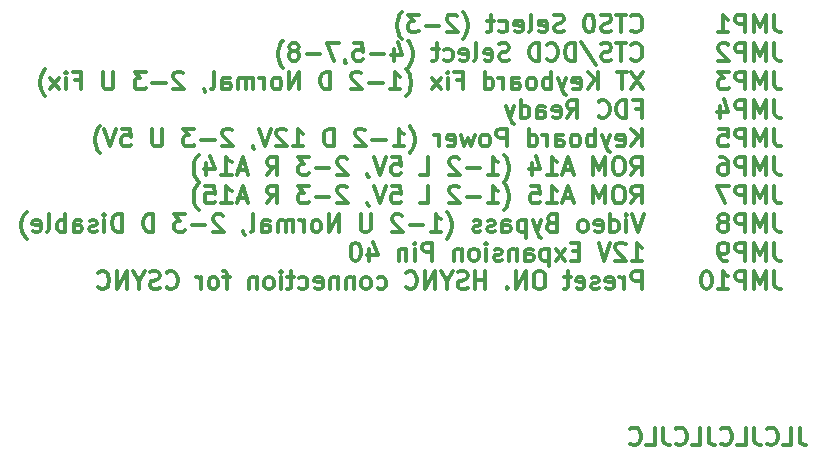
<source format=gbr>
%TF.GenerationSoftware,KiCad,Pcbnew,8.0.5*%
%TF.CreationDate,2024-11-19T00:05:18+00:00*%
%TF.ProjectId,TIM-011B,54494d2d-3031-4314-922e-6b696361645f,rev?*%
%TF.SameCoordinates,Original*%
%TF.FileFunction,Legend,Bot*%
%TF.FilePolarity,Positive*%
%FSLAX46Y46*%
G04 Gerber Fmt 4.6, Leading zero omitted, Abs format (unit mm)*
G04 Created by KiCad (PCBNEW 8.0.5) date 2024-11-19 00:05:18*
%MOMM*%
%LPD*%
G01*
G04 APERTURE LIST*
%ADD10C,0.300000*%
G04 APERTURE END LIST*
D10*
X321766917Y-234300828D02*
X321766917Y-235372257D01*
X321766917Y-235372257D02*
X321838346Y-235586542D01*
X321838346Y-235586542D02*
X321981203Y-235729400D01*
X321981203Y-235729400D02*
X322195489Y-235800828D01*
X322195489Y-235800828D02*
X322338346Y-235800828D01*
X320338346Y-235800828D02*
X321052632Y-235800828D01*
X321052632Y-235800828D02*
X321052632Y-234300828D01*
X318981203Y-235657971D02*
X319052631Y-235729400D01*
X319052631Y-235729400D02*
X319266917Y-235800828D01*
X319266917Y-235800828D02*
X319409774Y-235800828D01*
X319409774Y-235800828D02*
X319624060Y-235729400D01*
X319624060Y-235729400D02*
X319766917Y-235586542D01*
X319766917Y-235586542D02*
X319838346Y-235443685D01*
X319838346Y-235443685D02*
X319909774Y-235157971D01*
X319909774Y-235157971D02*
X319909774Y-234943685D01*
X319909774Y-234943685D02*
X319838346Y-234657971D01*
X319838346Y-234657971D02*
X319766917Y-234515114D01*
X319766917Y-234515114D02*
X319624060Y-234372257D01*
X319624060Y-234372257D02*
X319409774Y-234300828D01*
X319409774Y-234300828D02*
X319266917Y-234300828D01*
X319266917Y-234300828D02*
X319052631Y-234372257D01*
X319052631Y-234372257D02*
X318981203Y-234443685D01*
X317909774Y-234300828D02*
X317909774Y-235372257D01*
X317909774Y-235372257D02*
X317981203Y-235586542D01*
X317981203Y-235586542D02*
X318124060Y-235729400D01*
X318124060Y-235729400D02*
X318338346Y-235800828D01*
X318338346Y-235800828D02*
X318481203Y-235800828D01*
X316481203Y-235800828D02*
X317195489Y-235800828D01*
X317195489Y-235800828D02*
X317195489Y-234300828D01*
X315124060Y-235657971D02*
X315195488Y-235729400D01*
X315195488Y-235729400D02*
X315409774Y-235800828D01*
X315409774Y-235800828D02*
X315552631Y-235800828D01*
X315552631Y-235800828D02*
X315766917Y-235729400D01*
X315766917Y-235729400D02*
X315909774Y-235586542D01*
X315909774Y-235586542D02*
X315981203Y-235443685D01*
X315981203Y-235443685D02*
X316052631Y-235157971D01*
X316052631Y-235157971D02*
X316052631Y-234943685D01*
X316052631Y-234943685D02*
X315981203Y-234657971D01*
X315981203Y-234657971D02*
X315909774Y-234515114D01*
X315909774Y-234515114D02*
X315766917Y-234372257D01*
X315766917Y-234372257D02*
X315552631Y-234300828D01*
X315552631Y-234300828D02*
X315409774Y-234300828D01*
X315409774Y-234300828D02*
X315195488Y-234372257D01*
X315195488Y-234372257D02*
X315124060Y-234443685D01*
X314052631Y-234300828D02*
X314052631Y-235372257D01*
X314052631Y-235372257D02*
X314124060Y-235586542D01*
X314124060Y-235586542D02*
X314266917Y-235729400D01*
X314266917Y-235729400D02*
X314481203Y-235800828D01*
X314481203Y-235800828D02*
X314624060Y-235800828D01*
X312624060Y-235800828D02*
X313338346Y-235800828D01*
X313338346Y-235800828D02*
X313338346Y-234300828D01*
X311266917Y-235657971D02*
X311338345Y-235729400D01*
X311338345Y-235729400D02*
X311552631Y-235800828D01*
X311552631Y-235800828D02*
X311695488Y-235800828D01*
X311695488Y-235800828D02*
X311909774Y-235729400D01*
X311909774Y-235729400D02*
X312052631Y-235586542D01*
X312052631Y-235586542D02*
X312124060Y-235443685D01*
X312124060Y-235443685D02*
X312195488Y-235157971D01*
X312195488Y-235157971D02*
X312195488Y-234943685D01*
X312195488Y-234943685D02*
X312124060Y-234657971D01*
X312124060Y-234657971D02*
X312052631Y-234515114D01*
X312052631Y-234515114D02*
X311909774Y-234372257D01*
X311909774Y-234372257D02*
X311695488Y-234300828D01*
X311695488Y-234300828D02*
X311552631Y-234300828D01*
X311552631Y-234300828D02*
X311338345Y-234372257D01*
X311338345Y-234372257D02*
X311266917Y-234443685D01*
X310195488Y-234300828D02*
X310195488Y-235372257D01*
X310195488Y-235372257D02*
X310266917Y-235586542D01*
X310266917Y-235586542D02*
X310409774Y-235729400D01*
X310409774Y-235729400D02*
X310624060Y-235800828D01*
X310624060Y-235800828D02*
X310766917Y-235800828D01*
X308766917Y-235800828D02*
X309481203Y-235800828D01*
X309481203Y-235800828D02*
X309481203Y-234300828D01*
X307409774Y-235657971D02*
X307481202Y-235729400D01*
X307481202Y-235729400D02*
X307695488Y-235800828D01*
X307695488Y-235800828D02*
X307838345Y-235800828D01*
X307838345Y-235800828D02*
X308052631Y-235729400D01*
X308052631Y-235729400D02*
X308195488Y-235586542D01*
X308195488Y-235586542D02*
X308266917Y-235443685D01*
X308266917Y-235443685D02*
X308338345Y-235157971D01*
X308338345Y-235157971D02*
X308338345Y-234943685D01*
X308338345Y-234943685D02*
X308266917Y-234657971D01*
X308266917Y-234657971D02*
X308195488Y-234515114D01*
X308195488Y-234515114D02*
X308052631Y-234372257D01*
X308052631Y-234372257D02*
X307838345Y-234300828D01*
X307838345Y-234300828D02*
X307695488Y-234300828D01*
X307695488Y-234300828D02*
X307481202Y-234372257D01*
X307481202Y-234372257D02*
X307409774Y-234443685D01*
X319596917Y-199336584D02*
X319596917Y-200408013D01*
X319596917Y-200408013D02*
X319668346Y-200622298D01*
X319668346Y-200622298D02*
X319811203Y-200765156D01*
X319811203Y-200765156D02*
X320025489Y-200836584D01*
X320025489Y-200836584D02*
X320168346Y-200836584D01*
X318882632Y-200836584D02*
X318882632Y-199336584D01*
X318882632Y-199336584D02*
X318382632Y-200408013D01*
X318382632Y-200408013D02*
X317882632Y-199336584D01*
X317882632Y-199336584D02*
X317882632Y-200836584D01*
X317168346Y-200836584D02*
X317168346Y-199336584D01*
X317168346Y-199336584D02*
X316596917Y-199336584D01*
X316596917Y-199336584D02*
X316454060Y-199408013D01*
X316454060Y-199408013D02*
X316382631Y-199479441D01*
X316382631Y-199479441D02*
X316311203Y-199622298D01*
X316311203Y-199622298D02*
X316311203Y-199836584D01*
X316311203Y-199836584D02*
X316382631Y-199979441D01*
X316382631Y-199979441D02*
X316454060Y-200050870D01*
X316454060Y-200050870D02*
X316596917Y-200122298D01*
X316596917Y-200122298D02*
X317168346Y-200122298D01*
X314882631Y-200836584D02*
X315739774Y-200836584D01*
X315311203Y-200836584D02*
X315311203Y-199336584D01*
X315311203Y-199336584D02*
X315454060Y-199550870D01*
X315454060Y-199550870D02*
X315596917Y-199693727D01*
X315596917Y-199693727D02*
X315739774Y-199765156D01*
X307525489Y-200693727D02*
X307596917Y-200765156D01*
X307596917Y-200765156D02*
X307811203Y-200836584D01*
X307811203Y-200836584D02*
X307954060Y-200836584D01*
X307954060Y-200836584D02*
X308168346Y-200765156D01*
X308168346Y-200765156D02*
X308311203Y-200622298D01*
X308311203Y-200622298D02*
X308382632Y-200479441D01*
X308382632Y-200479441D02*
X308454060Y-200193727D01*
X308454060Y-200193727D02*
X308454060Y-199979441D01*
X308454060Y-199979441D02*
X308382632Y-199693727D01*
X308382632Y-199693727D02*
X308311203Y-199550870D01*
X308311203Y-199550870D02*
X308168346Y-199408013D01*
X308168346Y-199408013D02*
X307954060Y-199336584D01*
X307954060Y-199336584D02*
X307811203Y-199336584D01*
X307811203Y-199336584D02*
X307596917Y-199408013D01*
X307596917Y-199408013D02*
X307525489Y-199479441D01*
X307096917Y-199336584D02*
X306239775Y-199336584D01*
X306668346Y-200836584D02*
X306668346Y-199336584D01*
X305811203Y-200765156D02*
X305596918Y-200836584D01*
X305596918Y-200836584D02*
X305239775Y-200836584D01*
X305239775Y-200836584D02*
X305096918Y-200765156D01*
X305096918Y-200765156D02*
X305025489Y-200693727D01*
X305025489Y-200693727D02*
X304954060Y-200550870D01*
X304954060Y-200550870D02*
X304954060Y-200408013D01*
X304954060Y-200408013D02*
X305025489Y-200265156D01*
X305025489Y-200265156D02*
X305096918Y-200193727D01*
X305096918Y-200193727D02*
X305239775Y-200122298D01*
X305239775Y-200122298D02*
X305525489Y-200050870D01*
X305525489Y-200050870D02*
X305668346Y-199979441D01*
X305668346Y-199979441D02*
X305739775Y-199908013D01*
X305739775Y-199908013D02*
X305811203Y-199765156D01*
X305811203Y-199765156D02*
X305811203Y-199622298D01*
X305811203Y-199622298D02*
X305739775Y-199479441D01*
X305739775Y-199479441D02*
X305668346Y-199408013D01*
X305668346Y-199408013D02*
X305525489Y-199336584D01*
X305525489Y-199336584D02*
X305168346Y-199336584D01*
X305168346Y-199336584D02*
X304954060Y-199408013D01*
X304025489Y-199336584D02*
X303882632Y-199336584D01*
X303882632Y-199336584D02*
X303739775Y-199408013D01*
X303739775Y-199408013D02*
X303668347Y-199479441D01*
X303668347Y-199479441D02*
X303596918Y-199622298D01*
X303596918Y-199622298D02*
X303525489Y-199908013D01*
X303525489Y-199908013D02*
X303525489Y-200265156D01*
X303525489Y-200265156D02*
X303596918Y-200550870D01*
X303596918Y-200550870D02*
X303668347Y-200693727D01*
X303668347Y-200693727D02*
X303739775Y-200765156D01*
X303739775Y-200765156D02*
X303882632Y-200836584D01*
X303882632Y-200836584D02*
X304025489Y-200836584D01*
X304025489Y-200836584D02*
X304168347Y-200765156D01*
X304168347Y-200765156D02*
X304239775Y-200693727D01*
X304239775Y-200693727D02*
X304311204Y-200550870D01*
X304311204Y-200550870D02*
X304382632Y-200265156D01*
X304382632Y-200265156D02*
X304382632Y-199908013D01*
X304382632Y-199908013D02*
X304311204Y-199622298D01*
X304311204Y-199622298D02*
X304239775Y-199479441D01*
X304239775Y-199479441D02*
X304168347Y-199408013D01*
X304168347Y-199408013D02*
X304025489Y-199336584D01*
X301811204Y-200765156D02*
X301596919Y-200836584D01*
X301596919Y-200836584D02*
X301239776Y-200836584D01*
X301239776Y-200836584D02*
X301096919Y-200765156D01*
X301096919Y-200765156D02*
X301025490Y-200693727D01*
X301025490Y-200693727D02*
X300954061Y-200550870D01*
X300954061Y-200550870D02*
X300954061Y-200408013D01*
X300954061Y-200408013D02*
X301025490Y-200265156D01*
X301025490Y-200265156D02*
X301096919Y-200193727D01*
X301096919Y-200193727D02*
X301239776Y-200122298D01*
X301239776Y-200122298D02*
X301525490Y-200050870D01*
X301525490Y-200050870D02*
X301668347Y-199979441D01*
X301668347Y-199979441D02*
X301739776Y-199908013D01*
X301739776Y-199908013D02*
X301811204Y-199765156D01*
X301811204Y-199765156D02*
X301811204Y-199622298D01*
X301811204Y-199622298D02*
X301739776Y-199479441D01*
X301739776Y-199479441D02*
X301668347Y-199408013D01*
X301668347Y-199408013D02*
X301525490Y-199336584D01*
X301525490Y-199336584D02*
X301168347Y-199336584D01*
X301168347Y-199336584D02*
X300954061Y-199408013D01*
X299739776Y-200765156D02*
X299882633Y-200836584D01*
X299882633Y-200836584D02*
X300168348Y-200836584D01*
X300168348Y-200836584D02*
X300311205Y-200765156D01*
X300311205Y-200765156D02*
X300382633Y-200622298D01*
X300382633Y-200622298D02*
X300382633Y-200050870D01*
X300382633Y-200050870D02*
X300311205Y-199908013D01*
X300311205Y-199908013D02*
X300168348Y-199836584D01*
X300168348Y-199836584D02*
X299882633Y-199836584D01*
X299882633Y-199836584D02*
X299739776Y-199908013D01*
X299739776Y-199908013D02*
X299668348Y-200050870D01*
X299668348Y-200050870D02*
X299668348Y-200193727D01*
X299668348Y-200193727D02*
X300382633Y-200336584D01*
X298811205Y-200836584D02*
X298954062Y-200765156D01*
X298954062Y-200765156D02*
X299025491Y-200622298D01*
X299025491Y-200622298D02*
X299025491Y-199336584D01*
X297668348Y-200765156D02*
X297811205Y-200836584D01*
X297811205Y-200836584D02*
X298096920Y-200836584D01*
X298096920Y-200836584D02*
X298239777Y-200765156D01*
X298239777Y-200765156D02*
X298311205Y-200622298D01*
X298311205Y-200622298D02*
X298311205Y-200050870D01*
X298311205Y-200050870D02*
X298239777Y-199908013D01*
X298239777Y-199908013D02*
X298096920Y-199836584D01*
X298096920Y-199836584D02*
X297811205Y-199836584D01*
X297811205Y-199836584D02*
X297668348Y-199908013D01*
X297668348Y-199908013D02*
X297596920Y-200050870D01*
X297596920Y-200050870D02*
X297596920Y-200193727D01*
X297596920Y-200193727D02*
X298311205Y-200336584D01*
X296311206Y-200765156D02*
X296454063Y-200836584D01*
X296454063Y-200836584D02*
X296739777Y-200836584D01*
X296739777Y-200836584D02*
X296882634Y-200765156D01*
X296882634Y-200765156D02*
X296954063Y-200693727D01*
X296954063Y-200693727D02*
X297025491Y-200550870D01*
X297025491Y-200550870D02*
X297025491Y-200122298D01*
X297025491Y-200122298D02*
X296954063Y-199979441D01*
X296954063Y-199979441D02*
X296882634Y-199908013D01*
X296882634Y-199908013D02*
X296739777Y-199836584D01*
X296739777Y-199836584D02*
X296454063Y-199836584D01*
X296454063Y-199836584D02*
X296311206Y-199908013D01*
X295882634Y-199836584D02*
X295311206Y-199836584D01*
X295668349Y-199336584D02*
X295668349Y-200622298D01*
X295668349Y-200622298D02*
X295596920Y-200765156D01*
X295596920Y-200765156D02*
X295454063Y-200836584D01*
X295454063Y-200836584D02*
X295311206Y-200836584D01*
X293239777Y-201408013D02*
X293311206Y-201336584D01*
X293311206Y-201336584D02*
X293454063Y-201122298D01*
X293454063Y-201122298D02*
X293525492Y-200979441D01*
X293525492Y-200979441D02*
X293596920Y-200765156D01*
X293596920Y-200765156D02*
X293668349Y-200408013D01*
X293668349Y-200408013D02*
X293668349Y-200122298D01*
X293668349Y-200122298D02*
X293596920Y-199765156D01*
X293596920Y-199765156D02*
X293525492Y-199550870D01*
X293525492Y-199550870D02*
X293454063Y-199408013D01*
X293454063Y-199408013D02*
X293311206Y-199193727D01*
X293311206Y-199193727D02*
X293239777Y-199122298D01*
X292739777Y-199479441D02*
X292668349Y-199408013D01*
X292668349Y-199408013D02*
X292525492Y-199336584D01*
X292525492Y-199336584D02*
X292168349Y-199336584D01*
X292168349Y-199336584D02*
X292025492Y-199408013D01*
X292025492Y-199408013D02*
X291954063Y-199479441D01*
X291954063Y-199479441D02*
X291882634Y-199622298D01*
X291882634Y-199622298D02*
X291882634Y-199765156D01*
X291882634Y-199765156D02*
X291954063Y-199979441D01*
X291954063Y-199979441D02*
X292811206Y-200836584D01*
X292811206Y-200836584D02*
X291882634Y-200836584D01*
X291239778Y-200265156D02*
X290096921Y-200265156D01*
X289525492Y-199336584D02*
X288596920Y-199336584D01*
X288596920Y-199336584D02*
X289096920Y-199908013D01*
X289096920Y-199908013D02*
X288882635Y-199908013D01*
X288882635Y-199908013D02*
X288739778Y-199979441D01*
X288739778Y-199979441D02*
X288668349Y-200050870D01*
X288668349Y-200050870D02*
X288596920Y-200193727D01*
X288596920Y-200193727D02*
X288596920Y-200550870D01*
X288596920Y-200550870D02*
X288668349Y-200693727D01*
X288668349Y-200693727D02*
X288739778Y-200765156D01*
X288739778Y-200765156D02*
X288882635Y-200836584D01*
X288882635Y-200836584D02*
X289311206Y-200836584D01*
X289311206Y-200836584D02*
X289454063Y-200765156D01*
X289454063Y-200765156D02*
X289525492Y-200693727D01*
X288096921Y-201408013D02*
X288025492Y-201336584D01*
X288025492Y-201336584D02*
X287882635Y-201122298D01*
X287882635Y-201122298D02*
X287811207Y-200979441D01*
X287811207Y-200979441D02*
X287739778Y-200765156D01*
X287739778Y-200765156D02*
X287668349Y-200408013D01*
X287668349Y-200408013D02*
X287668349Y-200122298D01*
X287668349Y-200122298D02*
X287739778Y-199765156D01*
X287739778Y-199765156D02*
X287811207Y-199550870D01*
X287811207Y-199550870D02*
X287882635Y-199408013D01*
X287882635Y-199408013D02*
X288025492Y-199193727D01*
X288025492Y-199193727D02*
X288096921Y-199122298D01*
X319596917Y-201751500D02*
X319596917Y-202822929D01*
X319596917Y-202822929D02*
X319668346Y-203037214D01*
X319668346Y-203037214D02*
X319811203Y-203180072D01*
X319811203Y-203180072D02*
X320025489Y-203251500D01*
X320025489Y-203251500D02*
X320168346Y-203251500D01*
X318882632Y-203251500D02*
X318882632Y-201751500D01*
X318882632Y-201751500D02*
X318382632Y-202822929D01*
X318382632Y-202822929D02*
X317882632Y-201751500D01*
X317882632Y-201751500D02*
X317882632Y-203251500D01*
X317168346Y-203251500D02*
X317168346Y-201751500D01*
X317168346Y-201751500D02*
X316596917Y-201751500D01*
X316596917Y-201751500D02*
X316454060Y-201822929D01*
X316454060Y-201822929D02*
X316382631Y-201894357D01*
X316382631Y-201894357D02*
X316311203Y-202037214D01*
X316311203Y-202037214D02*
X316311203Y-202251500D01*
X316311203Y-202251500D02*
X316382631Y-202394357D01*
X316382631Y-202394357D02*
X316454060Y-202465786D01*
X316454060Y-202465786D02*
X316596917Y-202537214D01*
X316596917Y-202537214D02*
X317168346Y-202537214D01*
X315739774Y-201894357D02*
X315668346Y-201822929D01*
X315668346Y-201822929D02*
X315525489Y-201751500D01*
X315525489Y-201751500D02*
X315168346Y-201751500D01*
X315168346Y-201751500D02*
X315025489Y-201822929D01*
X315025489Y-201822929D02*
X314954060Y-201894357D01*
X314954060Y-201894357D02*
X314882631Y-202037214D01*
X314882631Y-202037214D02*
X314882631Y-202180072D01*
X314882631Y-202180072D02*
X314954060Y-202394357D01*
X314954060Y-202394357D02*
X315811203Y-203251500D01*
X315811203Y-203251500D02*
X314882631Y-203251500D01*
X307525489Y-203108643D02*
X307596917Y-203180072D01*
X307596917Y-203180072D02*
X307811203Y-203251500D01*
X307811203Y-203251500D02*
X307954060Y-203251500D01*
X307954060Y-203251500D02*
X308168346Y-203180072D01*
X308168346Y-203180072D02*
X308311203Y-203037214D01*
X308311203Y-203037214D02*
X308382632Y-202894357D01*
X308382632Y-202894357D02*
X308454060Y-202608643D01*
X308454060Y-202608643D02*
X308454060Y-202394357D01*
X308454060Y-202394357D02*
X308382632Y-202108643D01*
X308382632Y-202108643D02*
X308311203Y-201965786D01*
X308311203Y-201965786D02*
X308168346Y-201822929D01*
X308168346Y-201822929D02*
X307954060Y-201751500D01*
X307954060Y-201751500D02*
X307811203Y-201751500D01*
X307811203Y-201751500D02*
X307596917Y-201822929D01*
X307596917Y-201822929D02*
X307525489Y-201894357D01*
X307096917Y-201751500D02*
X306239775Y-201751500D01*
X306668346Y-203251500D02*
X306668346Y-201751500D01*
X305811203Y-203180072D02*
X305596918Y-203251500D01*
X305596918Y-203251500D02*
X305239775Y-203251500D01*
X305239775Y-203251500D02*
X305096918Y-203180072D01*
X305096918Y-203180072D02*
X305025489Y-203108643D01*
X305025489Y-203108643D02*
X304954060Y-202965786D01*
X304954060Y-202965786D02*
X304954060Y-202822929D01*
X304954060Y-202822929D02*
X305025489Y-202680072D01*
X305025489Y-202680072D02*
X305096918Y-202608643D01*
X305096918Y-202608643D02*
X305239775Y-202537214D01*
X305239775Y-202537214D02*
X305525489Y-202465786D01*
X305525489Y-202465786D02*
X305668346Y-202394357D01*
X305668346Y-202394357D02*
X305739775Y-202322929D01*
X305739775Y-202322929D02*
X305811203Y-202180072D01*
X305811203Y-202180072D02*
X305811203Y-202037214D01*
X305811203Y-202037214D02*
X305739775Y-201894357D01*
X305739775Y-201894357D02*
X305668346Y-201822929D01*
X305668346Y-201822929D02*
X305525489Y-201751500D01*
X305525489Y-201751500D02*
X305168346Y-201751500D01*
X305168346Y-201751500D02*
X304954060Y-201822929D01*
X303239775Y-201680072D02*
X304525489Y-203608643D01*
X302739775Y-203251500D02*
X302739775Y-201751500D01*
X302739775Y-201751500D02*
X302382632Y-201751500D01*
X302382632Y-201751500D02*
X302168346Y-201822929D01*
X302168346Y-201822929D02*
X302025489Y-201965786D01*
X302025489Y-201965786D02*
X301954060Y-202108643D01*
X301954060Y-202108643D02*
X301882632Y-202394357D01*
X301882632Y-202394357D02*
X301882632Y-202608643D01*
X301882632Y-202608643D02*
X301954060Y-202894357D01*
X301954060Y-202894357D02*
X302025489Y-203037214D01*
X302025489Y-203037214D02*
X302168346Y-203180072D01*
X302168346Y-203180072D02*
X302382632Y-203251500D01*
X302382632Y-203251500D02*
X302739775Y-203251500D01*
X300382632Y-203108643D02*
X300454060Y-203180072D01*
X300454060Y-203180072D02*
X300668346Y-203251500D01*
X300668346Y-203251500D02*
X300811203Y-203251500D01*
X300811203Y-203251500D02*
X301025489Y-203180072D01*
X301025489Y-203180072D02*
X301168346Y-203037214D01*
X301168346Y-203037214D02*
X301239775Y-202894357D01*
X301239775Y-202894357D02*
X301311203Y-202608643D01*
X301311203Y-202608643D02*
X301311203Y-202394357D01*
X301311203Y-202394357D02*
X301239775Y-202108643D01*
X301239775Y-202108643D02*
X301168346Y-201965786D01*
X301168346Y-201965786D02*
X301025489Y-201822929D01*
X301025489Y-201822929D02*
X300811203Y-201751500D01*
X300811203Y-201751500D02*
X300668346Y-201751500D01*
X300668346Y-201751500D02*
X300454060Y-201822929D01*
X300454060Y-201822929D02*
X300382632Y-201894357D01*
X299739775Y-203251500D02*
X299739775Y-201751500D01*
X299739775Y-201751500D02*
X299382632Y-201751500D01*
X299382632Y-201751500D02*
X299168346Y-201822929D01*
X299168346Y-201822929D02*
X299025489Y-201965786D01*
X299025489Y-201965786D02*
X298954060Y-202108643D01*
X298954060Y-202108643D02*
X298882632Y-202394357D01*
X298882632Y-202394357D02*
X298882632Y-202608643D01*
X298882632Y-202608643D02*
X298954060Y-202894357D01*
X298954060Y-202894357D02*
X299025489Y-203037214D01*
X299025489Y-203037214D02*
X299168346Y-203180072D01*
X299168346Y-203180072D02*
X299382632Y-203251500D01*
X299382632Y-203251500D02*
X299739775Y-203251500D01*
X297168346Y-203180072D02*
X296954061Y-203251500D01*
X296954061Y-203251500D02*
X296596918Y-203251500D01*
X296596918Y-203251500D02*
X296454061Y-203180072D01*
X296454061Y-203180072D02*
X296382632Y-203108643D01*
X296382632Y-203108643D02*
X296311203Y-202965786D01*
X296311203Y-202965786D02*
X296311203Y-202822929D01*
X296311203Y-202822929D02*
X296382632Y-202680072D01*
X296382632Y-202680072D02*
X296454061Y-202608643D01*
X296454061Y-202608643D02*
X296596918Y-202537214D01*
X296596918Y-202537214D02*
X296882632Y-202465786D01*
X296882632Y-202465786D02*
X297025489Y-202394357D01*
X297025489Y-202394357D02*
X297096918Y-202322929D01*
X297096918Y-202322929D02*
X297168346Y-202180072D01*
X297168346Y-202180072D02*
X297168346Y-202037214D01*
X297168346Y-202037214D02*
X297096918Y-201894357D01*
X297096918Y-201894357D02*
X297025489Y-201822929D01*
X297025489Y-201822929D02*
X296882632Y-201751500D01*
X296882632Y-201751500D02*
X296525489Y-201751500D01*
X296525489Y-201751500D02*
X296311203Y-201822929D01*
X295096918Y-203180072D02*
X295239775Y-203251500D01*
X295239775Y-203251500D02*
X295525490Y-203251500D01*
X295525490Y-203251500D02*
X295668347Y-203180072D01*
X295668347Y-203180072D02*
X295739775Y-203037214D01*
X295739775Y-203037214D02*
X295739775Y-202465786D01*
X295739775Y-202465786D02*
X295668347Y-202322929D01*
X295668347Y-202322929D02*
X295525490Y-202251500D01*
X295525490Y-202251500D02*
X295239775Y-202251500D01*
X295239775Y-202251500D02*
X295096918Y-202322929D01*
X295096918Y-202322929D02*
X295025490Y-202465786D01*
X295025490Y-202465786D02*
X295025490Y-202608643D01*
X295025490Y-202608643D02*
X295739775Y-202751500D01*
X294168347Y-203251500D02*
X294311204Y-203180072D01*
X294311204Y-203180072D02*
X294382633Y-203037214D01*
X294382633Y-203037214D02*
X294382633Y-201751500D01*
X293025490Y-203180072D02*
X293168347Y-203251500D01*
X293168347Y-203251500D02*
X293454062Y-203251500D01*
X293454062Y-203251500D02*
X293596919Y-203180072D01*
X293596919Y-203180072D02*
X293668347Y-203037214D01*
X293668347Y-203037214D02*
X293668347Y-202465786D01*
X293668347Y-202465786D02*
X293596919Y-202322929D01*
X293596919Y-202322929D02*
X293454062Y-202251500D01*
X293454062Y-202251500D02*
X293168347Y-202251500D01*
X293168347Y-202251500D02*
X293025490Y-202322929D01*
X293025490Y-202322929D02*
X292954062Y-202465786D01*
X292954062Y-202465786D02*
X292954062Y-202608643D01*
X292954062Y-202608643D02*
X293668347Y-202751500D01*
X291668348Y-203180072D02*
X291811205Y-203251500D01*
X291811205Y-203251500D02*
X292096919Y-203251500D01*
X292096919Y-203251500D02*
X292239776Y-203180072D01*
X292239776Y-203180072D02*
X292311205Y-203108643D01*
X292311205Y-203108643D02*
X292382633Y-202965786D01*
X292382633Y-202965786D02*
X292382633Y-202537214D01*
X292382633Y-202537214D02*
X292311205Y-202394357D01*
X292311205Y-202394357D02*
X292239776Y-202322929D01*
X292239776Y-202322929D02*
X292096919Y-202251500D01*
X292096919Y-202251500D02*
X291811205Y-202251500D01*
X291811205Y-202251500D02*
X291668348Y-202322929D01*
X291239776Y-202251500D02*
X290668348Y-202251500D01*
X291025491Y-201751500D02*
X291025491Y-203037214D01*
X291025491Y-203037214D02*
X290954062Y-203180072D01*
X290954062Y-203180072D02*
X290811205Y-203251500D01*
X290811205Y-203251500D02*
X290668348Y-203251500D01*
X288596919Y-203822929D02*
X288668348Y-203751500D01*
X288668348Y-203751500D02*
X288811205Y-203537214D01*
X288811205Y-203537214D02*
X288882634Y-203394357D01*
X288882634Y-203394357D02*
X288954062Y-203180072D01*
X288954062Y-203180072D02*
X289025491Y-202822929D01*
X289025491Y-202822929D02*
X289025491Y-202537214D01*
X289025491Y-202537214D02*
X288954062Y-202180072D01*
X288954062Y-202180072D02*
X288882634Y-201965786D01*
X288882634Y-201965786D02*
X288811205Y-201822929D01*
X288811205Y-201822929D02*
X288668348Y-201608643D01*
X288668348Y-201608643D02*
X288596919Y-201537214D01*
X287382634Y-202251500D02*
X287382634Y-203251500D01*
X287739776Y-201680072D02*
X288096919Y-202751500D01*
X288096919Y-202751500D02*
X287168348Y-202751500D01*
X286596920Y-202680072D02*
X285454063Y-202680072D01*
X284025491Y-201751500D02*
X284739777Y-201751500D01*
X284739777Y-201751500D02*
X284811205Y-202465786D01*
X284811205Y-202465786D02*
X284739777Y-202394357D01*
X284739777Y-202394357D02*
X284596920Y-202322929D01*
X284596920Y-202322929D02*
X284239777Y-202322929D01*
X284239777Y-202322929D02*
X284096920Y-202394357D01*
X284096920Y-202394357D02*
X284025491Y-202465786D01*
X284025491Y-202465786D02*
X283954062Y-202608643D01*
X283954062Y-202608643D02*
X283954062Y-202965786D01*
X283954062Y-202965786D02*
X284025491Y-203108643D01*
X284025491Y-203108643D02*
X284096920Y-203180072D01*
X284096920Y-203180072D02*
X284239777Y-203251500D01*
X284239777Y-203251500D02*
X284596920Y-203251500D01*
X284596920Y-203251500D02*
X284739777Y-203180072D01*
X284739777Y-203180072D02*
X284811205Y-203108643D01*
X283239777Y-203180072D02*
X283239777Y-203251500D01*
X283239777Y-203251500D02*
X283311206Y-203394357D01*
X283311206Y-203394357D02*
X283382634Y-203465786D01*
X282739777Y-201751500D02*
X281739777Y-201751500D01*
X281739777Y-201751500D02*
X282382634Y-203251500D01*
X281168349Y-202680072D02*
X280025492Y-202680072D01*
X279096920Y-202394357D02*
X279239777Y-202322929D01*
X279239777Y-202322929D02*
X279311206Y-202251500D01*
X279311206Y-202251500D02*
X279382634Y-202108643D01*
X279382634Y-202108643D02*
X279382634Y-202037214D01*
X279382634Y-202037214D02*
X279311206Y-201894357D01*
X279311206Y-201894357D02*
X279239777Y-201822929D01*
X279239777Y-201822929D02*
X279096920Y-201751500D01*
X279096920Y-201751500D02*
X278811206Y-201751500D01*
X278811206Y-201751500D02*
X278668349Y-201822929D01*
X278668349Y-201822929D02*
X278596920Y-201894357D01*
X278596920Y-201894357D02*
X278525491Y-202037214D01*
X278525491Y-202037214D02*
X278525491Y-202108643D01*
X278525491Y-202108643D02*
X278596920Y-202251500D01*
X278596920Y-202251500D02*
X278668349Y-202322929D01*
X278668349Y-202322929D02*
X278811206Y-202394357D01*
X278811206Y-202394357D02*
X279096920Y-202394357D01*
X279096920Y-202394357D02*
X279239777Y-202465786D01*
X279239777Y-202465786D02*
X279311206Y-202537214D01*
X279311206Y-202537214D02*
X279382634Y-202680072D01*
X279382634Y-202680072D02*
X279382634Y-202965786D01*
X279382634Y-202965786D02*
X279311206Y-203108643D01*
X279311206Y-203108643D02*
X279239777Y-203180072D01*
X279239777Y-203180072D02*
X279096920Y-203251500D01*
X279096920Y-203251500D02*
X278811206Y-203251500D01*
X278811206Y-203251500D02*
X278668349Y-203180072D01*
X278668349Y-203180072D02*
X278596920Y-203108643D01*
X278596920Y-203108643D02*
X278525491Y-202965786D01*
X278525491Y-202965786D02*
X278525491Y-202680072D01*
X278525491Y-202680072D02*
X278596920Y-202537214D01*
X278596920Y-202537214D02*
X278668349Y-202465786D01*
X278668349Y-202465786D02*
X278811206Y-202394357D01*
X278025492Y-203822929D02*
X277954063Y-203751500D01*
X277954063Y-203751500D02*
X277811206Y-203537214D01*
X277811206Y-203537214D02*
X277739778Y-203394357D01*
X277739778Y-203394357D02*
X277668349Y-203180072D01*
X277668349Y-203180072D02*
X277596920Y-202822929D01*
X277596920Y-202822929D02*
X277596920Y-202537214D01*
X277596920Y-202537214D02*
X277668349Y-202180072D01*
X277668349Y-202180072D02*
X277739778Y-201965786D01*
X277739778Y-201965786D02*
X277811206Y-201822929D01*
X277811206Y-201822929D02*
X277954063Y-201608643D01*
X277954063Y-201608643D02*
X278025492Y-201537214D01*
X319596917Y-204166416D02*
X319596917Y-205237845D01*
X319596917Y-205237845D02*
X319668346Y-205452130D01*
X319668346Y-205452130D02*
X319811203Y-205594988D01*
X319811203Y-205594988D02*
X320025489Y-205666416D01*
X320025489Y-205666416D02*
X320168346Y-205666416D01*
X318882632Y-205666416D02*
X318882632Y-204166416D01*
X318882632Y-204166416D02*
X318382632Y-205237845D01*
X318382632Y-205237845D02*
X317882632Y-204166416D01*
X317882632Y-204166416D02*
X317882632Y-205666416D01*
X317168346Y-205666416D02*
X317168346Y-204166416D01*
X317168346Y-204166416D02*
X316596917Y-204166416D01*
X316596917Y-204166416D02*
X316454060Y-204237845D01*
X316454060Y-204237845D02*
X316382631Y-204309273D01*
X316382631Y-204309273D02*
X316311203Y-204452130D01*
X316311203Y-204452130D02*
X316311203Y-204666416D01*
X316311203Y-204666416D02*
X316382631Y-204809273D01*
X316382631Y-204809273D02*
X316454060Y-204880702D01*
X316454060Y-204880702D02*
X316596917Y-204952130D01*
X316596917Y-204952130D02*
X317168346Y-204952130D01*
X315811203Y-204166416D02*
X314882631Y-204166416D01*
X314882631Y-204166416D02*
X315382631Y-204737845D01*
X315382631Y-204737845D02*
X315168346Y-204737845D01*
X315168346Y-204737845D02*
X315025489Y-204809273D01*
X315025489Y-204809273D02*
X314954060Y-204880702D01*
X314954060Y-204880702D02*
X314882631Y-205023559D01*
X314882631Y-205023559D02*
X314882631Y-205380702D01*
X314882631Y-205380702D02*
X314954060Y-205523559D01*
X314954060Y-205523559D02*
X315025489Y-205594988D01*
X315025489Y-205594988D02*
X315168346Y-205666416D01*
X315168346Y-205666416D02*
X315596917Y-205666416D01*
X315596917Y-205666416D02*
X315739774Y-205594988D01*
X315739774Y-205594988D02*
X315811203Y-205523559D01*
X308525489Y-204166416D02*
X307525489Y-205666416D01*
X307525489Y-204166416D02*
X308525489Y-205666416D01*
X307168346Y-204166416D02*
X306311204Y-204166416D01*
X306739775Y-205666416D02*
X306739775Y-204166416D01*
X304668347Y-205666416D02*
X304668347Y-204166416D01*
X303811204Y-205666416D02*
X304454061Y-204809273D01*
X303811204Y-204166416D02*
X304668347Y-205023559D01*
X302596918Y-205594988D02*
X302739775Y-205666416D01*
X302739775Y-205666416D02*
X303025490Y-205666416D01*
X303025490Y-205666416D02*
X303168347Y-205594988D01*
X303168347Y-205594988D02*
X303239775Y-205452130D01*
X303239775Y-205452130D02*
X303239775Y-204880702D01*
X303239775Y-204880702D02*
X303168347Y-204737845D01*
X303168347Y-204737845D02*
X303025490Y-204666416D01*
X303025490Y-204666416D02*
X302739775Y-204666416D01*
X302739775Y-204666416D02*
X302596918Y-204737845D01*
X302596918Y-204737845D02*
X302525490Y-204880702D01*
X302525490Y-204880702D02*
X302525490Y-205023559D01*
X302525490Y-205023559D02*
X303239775Y-205166416D01*
X302025490Y-204666416D02*
X301668347Y-205666416D01*
X301311204Y-204666416D02*
X301668347Y-205666416D01*
X301668347Y-205666416D02*
X301811204Y-206023559D01*
X301811204Y-206023559D02*
X301882633Y-206094988D01*
X301882633Y-206094988D02*
X302025490Y-206166416D01*
X300739776Y-205666416D02*
X300739776Y-204166416D01*
X300739776Y-204737845D02*
X300596919Y-204666416D01*
X300596919Y-204666416D02*
X300311204Y-204666416D01*
X300311204Y-204666416D02*
X300168347Y-204737845D01*
X300168347Y-204737845D02*
X300096919Y-204809273D01*
X300096919Y-204809273D02*
X300025490Y-204952130D01*
X300025490Y-204952130D02*
X300025490Y-205380702D01*
X300025490Y-205380702D02*
X300096919Y-205523559D01*
X300096919Y-205523559D02*
X300168347Y-205594988D01*
X300168347Y-205594988D02*
X300311204Y-205666416D01*
X300311204Y-205666416D02*
X300596919Y-205666416D01*
X300596919Y-205666416D02*
X300739776Y-205594988D01*
X299168347Y-205666416D02*
X299311204Y-205594988D01*
X299311204Y-205594988D02*
X299382633Y-205523559D01*
X299382633Y-205523559D02*
X299454061Y-205380702D01*
X299454061Y-205380702D02*
X299454061Y-204952130D01*
X299454061Y-204952130D02*
X299382633Y-204809273D01*
X299382633Y-204809273D02*
X299311204Y-204737845D01*
X299311204Y-204737845D02*
X299168347Y-204666416D01*
X299168347Y-204666416D02*
X298954061Y-204666416D01*
X298954061Y-204666416D02*
X298811204Y-204737845D01*
X298811204Y-204737845D02*
X298739776Y-204809273D01*
X298739776Y-204809273D02*
X298668347Y-204952130D01*
X298668347Y-204952130D02*
X298668347Y-205380702D01*
X298668347Y-205380702D02*
X298739776Y-205523559D01*
X298739776Y-205523559D02*
X298811204Y-205594988D01*
X298811204Y-205594988D02*
X298954061Y-205666416D01*
X298954061Y-205666416D02*
X299168347Y-205666416D01*
X297382633Y-205666416D02*
X297382633Y-204880702D01*
X297382633Y-204880702D02*
X297454061Y-204737845D01*
X297454061Y-204737845D02*
X297596918Y-204666416D01*
X297596918Y-204666416D02*
X297882633Y-204666416D01*
X297882633Y-204666416D02*
X298025490Y-204737845D01*
X297382633Y-205594988D02*
X297525490Y-205666416D01*
X297525490Y-205666416D02*
X297882633Y-205666416D01*
X297882633Y-205666416D02*
X298025490Y-205594988D01*
X298025490Y-205594988D02*
X298096918Y-205452130D01*
X298096918Y-205452130D02*
X298096918Y-205309273D01*
X298096918Y-205309273D02*
X298025490Y-205166416D01*
X298025490Y-205166416D02*
X297882633Y-205094988D01*
X297882633Y-205094988D02*
X297525490Y-205094988D01*
X297525490Y-205094988D02*
X297382633Y-205023559D01*
X296668347Y-205666416D02*
X296668347Y-204666416D01*
X296668347Y-204952130D02*
X296596918Y-204809273D01*
X296596918Y-204809273D02*
X296525490Y-204737845D01*
X296525490Y-204737845D02*
X296382632Y-204666416D01*
X296382632Y-204666416D02*
X296239775Y-204666416D01*
X295096919Y-205666416D02*
X295096919Y-204166416D01*
X295096919Y-205594988D02*
X295239776Y-205666416D01*
X295239776Y-205666416D02*
X295525490Y-205666416D01*
X295525490Y-205666416D02*
X295668347Y-205594988D01*
X295668347Y-205594988D02*
X295739776Y-205523559D01*
X295739776Y-205523559D02*
X295811204Y-205380702D01*
X295811204Y-205380702D02*
X295811204Y-204952130D01*
X295811204Y-204952130D02*
X295739776Y-204809273D01*
X295739776Y-204809273D02*
X295668347Y-204737845D01*
X295668347Y-204737845D02*
X295525490Y-204666416D01*
X295525490Y-204666416D02*
X295239776Y-204666416D01*
X295239776Y-204666416D02*
X295096919Y-204737845D01*
X292739776Y-204880702D02*
X293239776Y-204880702D01*
X293239776Y-205666416D02*
X293239776Y-204166416D01*
X293239776Y-204166416D02*
X292525490Y-204166416D01*
X291954062Y-205666416D02*
X291954062Y-204666416D01*
X291954062Y-204166416D02*
X292025490Y-204237845D01*
X292025490Y-204237845D02*
X291954062Y-204309273D01*
X291954062Y-204309273D02*
X291882633Y-204237845D01*
X291882633Y-204237845D02*
X291954062Y-204166416D01*
X291954062Y-204166416D02*
X291954062Y-204309273D01*
X291382633Y-205666416D02*
X290596919Y-204666416D01*
X291382633Y-204666416D02*
X290596919Y-205666416D01*
X288454061Y-206237845D02*
X288525490Y-206166416D01*
X288525490Y-206166416D02*
X288668347Y-205952130D01*
X288668347Y-205952130D02*
X288739776Y-205809273D01*
X288739776Y-205809273D02*
X288811204Y-205594988D01*
X288811204Y-205594988D02*
X288882633Y-205237845D01*
X288882633Y-205237845D02*
X288882633Y-204952130D01*
X288882633Y-204952130D02*
X288811204Y-204594988D01*
X288811204Y-204594988D02*
X288739776Y-204380702D01*
X288739776Y-204380702D02*
X288668347Y-204237845D01*
X288668347Y-204237845D02*
X288525490Y-204023559D01*
X288525490Y-204023559D02*
X288454061Y-203952130D01*
X287096918Y-205666416D02*
X287954061Y-205666416D01*
X287525490Y-205666416D02*
X287525490Y-204166416D01*
X287525490Y-204166416D02*
X287668347Y-204380702D01*
X287668347Y-204380702D02*
X287811204Y-204523559D01*
X287811204Y-204523559D02*
X287954061Y-204594988D01*
X286454062Y-205094988D02*
X285311205Y-205094988D01*
X284668347Y-204309273D02*
X284596919Y-204237845D01*
X284596919Y-204237845D02*
X284454062Y-204166416D01*
X284454062Y-204166416D02*
X284096919Y-204166416D01*
X284096919Y-204166416D02*
X283954062Y-204237845D01*
X283954062Y-204237845D02*
X283882633Y-204309273D01*
X283882633Y-204309273D02*
X283811204Y-204452130D01*
X283811204Y-204452130D02*
X283811204Y-204594988D01*
X283811204Y-204594988D02*
X283882633Y-204809273D01*
X283882633Y-204809273D02*
X284739776Y-205666416D01*
X284739776Y-205666416D02*
X283811204Y-205666416D01*
X282025491Y-205666416D02*
X282025491Y-204166416D01*
X282025491Y-204166416D02*
X281668348Y-204166416D01*
X281668348Y-204166416D02*
X281454062Y-204237845D01*
X281454062Y-204237845D02*
X281311205Y-204380702D01*
X281311205Y-204380702D02*
X281239776Y-204523559D01*
X281239776Y-204523559D02*
X281168348Y-204809273D01*
X281168348Y-204809273D02*
X281168348Y-205023559D01*
X281168348Y-205023559D02*
X281239776Y-205309273D01*
X281239776Y-205309273D02*
X281311205Y-205452130D01*
X281311205Y-205452130D02*
X281454062Y-205594988D01*
X281454062Y-205594988D02*
X281668348Y-205666416D01*
X281668348Y-205666416D02*
X282025491Y-205666416D01*
X279382634Y-205666416D02*
X279382634Y-204166416D01*
X279382634Y-204166416D02*
X278525491Y-205666416D01*
X278525491Y-205666416D02*
X278525491Y-204166416D01*
X277596919Y-205666416D02*
X277739776Y-205594988D01*
X277739776Y-205594988D02*
X277811205Y-205523559D01*
X277811205Y-205523559D02*
X277882633Y-205380702D01*
X277882633Y-205380702D02*
X277882633Y-204952130D01*
X277882633Y-204952130D02*
X277811205Y-204809273D01*
X277811205Y-204809273D02*
X277739776Y-204737845D01*
X277739776Y-204737845D02*
X277596919Y-204666416D01*
X277596919Y-204666416D02*
X277382633Y-204666416D01*
X277382633Y-204666416D02*
X277239776Y-204737845D01*
X277239776Y-204737845D02*
X277168348Y-204809273D01*
X277168348Y-204809273D02*
X277096919Y-204952130D01*
X277096919Y-204952130D02*
X277096919Y-205380702D01*
X277096919Y-205380702D02*
X277168348Y-205523559D01*
X277168348Y-205523559D02*
X277239776Y-205594988D01*
X277239776Y-205594988D02*
X277382633Y-205666416D01*
X277382633Y-205666416D02*
X277596919Y-205666416D01*
X276454062Y-205666416D02*
X276454062Y-204666416D01*
X276454062Y-204952130D02*
X276382633Y-204809273D01*
X276382633Y-204809273D02*
X276311205Y-204737845D01*
X276311205Y-204737845D02*
X276168347Y-204666416D01*
X276168347Y-204666416D02*
X276025490Y-204666416D01*
X275525491Y-205666416D02*
X275525491Y-204666416D01*
X275525491Y-204809273D02*
X275454062Y-204737845D01*
X275454062Y-204737845D02*
X275311205Y-204666416D01*
X275311205Y-204666416D02*
X275096919Y-204666416D01*
X275096919Y-204666416D02*
X274954062Y-204737845D01*
X274954062Y-204737845D02*
X274882634Y-204880702D01*
X274882634Y-204880702D02*
X274882634Y-205666416D01*
X274882634Y-204880702D02*
X274811205Y-204737845D01*
X274811205Y-204737845D02*
X274668348Y-204666416D01*
X274668348Y-204666416D02*
X274454062Y-204666416D01*
X274454062Y-204666416D02*
X274311205Y-204737845D01*
X274311205Y-204737845D02*
X274239776Y-204880702D01*
X274239776Y-204880702D02*
X274239776Y-205666416D01*
X272882634Y-205666416D02*
X272882634Y-204880702D01*
X272882634Y-204880702D02*
X272954062Y-204737845D01*
X272954062Y-204737845D02*
X273096919Y-204666416D01*
X273096919Y-204666416D02*
X273382634Y-204666416D01*
X273382634Y-204666416D02*
X273525491Y-204737845D01*
X272882634Y-205594988D02*
X273025491Y-205666416D01*
X273025491Y-205666416D02*
X273382634Y-205666416D01*
X273382634Y-205666416D02*
X273525491Y-205594988D01*
X273525491Y-205594988D02*
X273596919Y-205452130D01*
X273596919Y-205452130D02*
X273596919Y-205309273D01*
X273596919Y-205309273D02*
X273525491Y-205166416D01*
X273525491Y-205166416D02*
X273382634Y-205094988D01*
X273382634Y-205094988D02*
X273025491Y-205094988D01*
X273025491Y-205094988D02*
X272882634Y-205023559D01*
X271954062Y-205666416D02*
X272096919Y-205594988D01*
X272096919Y-205594988D02*
X272168348Y-205452130D01*
X272168348Y-205452130D02*
X272168348Y-204166416D01*
X271311205Y-205594988D02*
X271311205Y-205666416D01*
X271311205Y-205666416D02*
X271382634Y-205809273D01*
X271382634Y-205809273D02*
X271454062Y-205880702D01*
X269596919Y-204309273D02*
X269525491Y-204237845D01*
X269525491Y-204237845D02*
X269382634Y-204166416D01*
X269382634Y-204166416D02*
X269025491Y-204166416D01*
X269025491Y-204166416D02*
X268882634Y-204237845D01*
X268882634Y-204237845D02*
X268811205Y-204309273D01*
X268811205Y-204309273D02*
X268739776Y-204452130D01*
X268739776Y-204452130D02*
X268739776Y-204594988D01*
X268739776Y-204594988D02*
X268811205Y-204809273D01*
X268811205Y-204809273D02*
X269668348Y-205666416D01*
X269668348Y-205666416D02*
X268739776Y-205666416D01*
X268096920Y-205094988D02*
X266954063Y-205094988D01*
X266382634Y-204166416D02*
X265454062Y-204166416D01*
X265454062Y-204166416D02*
X265954062Y-204737845D01*
X265954062Y-204737845D02*
X265739777Y-204737845D01*
X265739777Y-204737845D02*
X265596920Y-204809273D01*
X265596920Y-204809273D02*
X265525491Y-204880702D01*
X265525491Y-204880702D02*
X265454062Y-205023559D01*
X265454062Y-205023559D02*
X265454062Y-205380702D01*
X265454062Y-205380702D02*
X265525491Y-205523559D01*
X265525491Y-205523559D02*
X265596920Y-205594988D01*
X265596920Y-205594988D02*
X265739777Y-205666416D01*
X265739777Y-205666416D02*
X266168348Y-205666416D01*
X266168348Y-205666416D02*
X266311205Y-205594988D01*
X266311205Y-205594988D02*
X266382634Y-205523559D01*
X263668349Y-204166416D02*
X263668349Y-205380702D01*
X263668349Y-205380702D02*
X263596920Y-205523559D01*
X263596920Y-205523559D02*
X263525492Y-205594988D01*
X263525492Y-205594988D02*
X263382634Y-205666416D01*
X263382634Y-205666416D02*
X263096920Y-205666416D01*
X263096920Y-205666416D02*
X262954063Y-205594988D01*
X262954063Y-205594988D02*
X262882634Y-205523559D01*
X262882634Y-205523559D02*
X262811206Y-205380702D01*
X262811206Y-205380702D02*
X262811206Y-204166416D01*
X260454063Y-204880702D02*
X260954063Y-204880702D01*
X260954063Y-205666416D02*
X260954063Y-204166416D01*
X260954063Y-204166416D02*
X260239777Y-204166416D01*
X259668349Y-205666416D02*
X259668349Y-204666416D01*
X259668349Y-204166416D02*
X259739777Y-204237845D01*
X259739777Y-204237845D02*
X259668349Y-204309273D01*
X259668349Y-204309273D02*
X259596920Y-204237845D01*
X259596920Y-204237845D02*
X259668349Y-204166416D01*
X259668349Y-204166416D02*
X259668349Y-204309273D01*
X259096920Y-205666416D02*
X258311206Y-204666416D01*
X259096920Y-204666416D02*
X258311206Y-205666416D01*
X257882634Y-206237845D02*
X257811205Y-206166416D01*
X257811205Y-206166416D02*
X257668348Y-205952130D01*
X257668348Y-205952130D02*
X257596920Y-205809273D01*
X257596920Y-205809273D02*
X257525491Y-205594988D01*
X257525491Y-205594988D02*
X257454062Y-205237845D01*
X257454062Y-205237845D02*
X257454062Y-204952130D01*
X257454062Y-204952130D02*
X257525491Y-204594988D01*
X257525491Y-204594988D02*
X257596920Y-204380702D01*
X257596920Y-204380702D02*
X257668348Y-204237845D01*
X257668348Y-204237845D02*
X257811205Y-204023559D01*
X257811205Y-204023559D02*
X257882634Y-203952130D01*
X319596917Y-206581332D02*
X319596917Y-207652761D01*
X319596917Y-207652761D02*
X319668346Y-207867046D01*
X319668346Y-207867046D02*
X319811203Y-208009904D01*
X319811203Y-208009904D02*
X320025489Y-208081332D01*
X320025489Y-208081332D02*
X320168346Y-208081332D01*
X318882632Y-208081332D02*
X318882632Y-206581332D01*
X318882632Y-206581332D02*
X318382632Y-207652761D01*
X318382632Y-207652761D02*
X317882632Y-206581332D01*
X317882632Y-206581332D02*
X317882632Y-208081332D01*
X317168346Y-208081332D02*
X317168346Y-206581332D01*
X317168346Y-206581332D02*
X316596917Y-206581332D01*
X316596917Y-206581332D02*
X316454060Y-206652761D01*
X316454060Y-206652761D02*
X316382631Y-206724189D01*
X316382631Y-206724189D02*
X316311203Y-206867046D01*
X316311203Y-206867046D02*
X316311203Y-207081332D01*
X316311203Y-207081332D02*
X316382631Y-207224189D01*
X316382631Y-207224189D02*
X316454060Y-207295618D01*
X316454060Y-207295618D02*
X316596917Y-207367046D01*
X316596917Y-207367046D02*
X317168346Y-207367046D01*
X315025489Y-207081332D02*
X315025489Y-208081332D01*
X315382631Y-206509904D02*
X315739774Y-207581332D01*
X315739774Y-207581332D02*
X314811203Y-207581332D01*
X307882632Y-207295618D02*
X308382632Y-207295618D01*
X308382632Y-208081332D02*
X308382632Y-206581332D01*
X308382632Y-206581332D02*
X307668346Y-206581332D01*
X307096918Y-208081332D02*
X307096918Y-206581332D01*
X307096918Y-206581332D02*
X306739775Y-206581332D01*
X306739775Y-206581332D02*
X306525489Y-206652761D01*
X306525489Y-206652761D02*
X306382632Y-206795618D01*
X306382632Y-206795618D02*
X306311203Y-206938475D01*
X306311203Y-206938475D02*
X306239775Y-207224189D01*
X306239775Y-207224189D02*
X306239775Y-207438475D01*
X306239775Y-207438475D02*
X306311203Y-207724189D01*
X306311203Y-207724189D02*
X306382632Y-207867046D01*
X306382632Y-207867046D02*
X306525489Y-208009904D01*
X306525489Y-208009904D02*
X306739775Y-208081332D01*
X306739775Y-208081332D02*
X307096918Y-208081332D01*
X304739775Y-207938475D02*
X304811203Y-208009904D01*
X304811203Y-208009904D02*
X305025489Y-208081332D01*
X305025489Y-208081332D02*
X305168346Y-208081332D01*
X305168346Y-208081332D02*
X305382632Y-208009904D01*
X305382632Y-208009904D02*
X305525489Y-207867046D01*
X305525489Y-207867046D02*
X305596918Y-207724189D01*
X305596918Y-207724189D02*
X305668346Y-207438475D01*
X305668346Y-207438475D02*
X305668346Y-207224189D01*
X305668346Y-207224189D02*
X305596918Y-206938475D01*
X305596918Y-206938475D02*
X305525489Y-206795618D01*
X305525489Y-206795618D02*
X305382632Y-206652761D01*
X305382632Y-206652761D02*
X305168346Y-206581332D01*
X305168346Y-206581332D02*
X305025489Y-206581332D01*
X305025489Y-206581332D02*
X304811203Y-206652761D01*
X304811203Y-206652761D02*
X304739775Y-206724189D01*
X302096918Y-208081332D02*
X302596918Y-207367046D01*
X302954061Y-208081332D02*
X302954061Y-206581332D01*
X302954061Y-206581332D02*
X302382632Y-206581332D01*
X302382632Y-206581332D02*
X302239775Y-206652761D01*
X302239775Y-206652761D02*
X302168346Y-206724189D01*
X302168346Y-206724189D02*
X302096918Y-206867046D01*
X302096918Y-206867046D02*
X302096918Y-207081332D01*
X302096918Y-207081332D02*
X302168346Y-207224189D01*
X302168346Y-207224189D02*
X302239775Y-207295618D01*
X302239775Y-207295618D02*
X302382632Y-207367046D01*
X302382632Y-207367046D02*
X302954061Y-207367046D01*
X300882632Y-208009904D02*
X301025489Y-208081332D01*
X301025489Y-208081332D02*
X301311204Y-208081332D01*
X301311204Y-208081332D02*
X301454061Y-208009904D01*
X301454061Y-208009904D02*
X301525489Y-207867046D01*
X301525489Y-207867046D02*
X301525489Y-207295618D01*
X301525489Y-207295618D02*
X301454061Y-207152761D01*
X301454061Y-207152761D02*
X301311204Y-207081332D01*
X301311204Y-207081332D02*
X301025489Y-207081332D01*
X301025489Y-207081332D02*
X300882632Y-207152761D01*
X300882632Y-207152761D02*
X300811204Y-207295618D01*
X300811204Y-207295618D02*
X300811204Y-207438475D01*
X300811204Y-207438475D02*
X301525489Y-207581332D01*
X299525490Y-208081332D02*
X299525490Y-207295618D01*
X299525490Y-207295618D02*
X299596918Y-207152761D01*
X299596918Y-207152761D02*
X299739775Y-207081332D01*
X299739775Y-207081332D02*
X300025490Y-207081332D01*
X300025490Y-207081332D02*
X300168347Y-207152761D01*
X299525490Y-208009904D02*
X299668347Y-208081332D01*
X299668347Y-208081332D02*
X300025490Y-208081332D01*
X300025490Y-208081332D02*
X300168347Y-208009904D01*
X300168347Y-208009904D02*
X300239775Y-207867046D01*
X300239775Y-207867046D02*
X300239775Y-207724189D01*
X300239775Y-207724189D02*
X300168347Y-207581332D01*
X300168347Y-207581332D02*
X300025490Y-207509904D01*
X300025490Y-207509904D02*
X299668347Y-207509904D01*
X299668347Y-207509904D02*
X299525490Y-207438475D01*
X298168347Y-208081332D02*
X298168347Y-206581332D01*
X298168347Y-208009904D02*
X298311204Y-208081332D01*
X298311204Y-208081332D02*
X298596918Y-208081332D01*
X298596918Y-208081332D02*
X298739775Y-208009904D01*
X298739775Y-208009904D02*
X298811204Y-207938475D01*
X298811204Y-207938475D02*
X298882632Y-207795618D01*
X298882632Y-207795618D02*
X298882632Y-207367046D01*
X298882632Y-207367046D02*
X298811204Y-207224189D01*
X298811204Y-207224189D02*
X298739775Y-207152761D01*
X298739775Y-207152761D02*
X298596918Y-207081332D01*
X298596918Y-207081332D02*
X298311204Y-207081332D01*
X298311204Y-207081332D02*
X298168347Y-207152761D01*
X297596918Y-207081332D02*
X297239775Y-208081332D01*
X296882632Y-207081332D02*
X297239775Y-208081332D01*
X297239775Y-208081332D02*
X297382632Y-208438475D01*
X297382632Y-208438475D02*
X297454061Y-208509904D01*
X297454061Y-208509904D02*
X297596918Y-208581332D01*
X319596917Y-208996248D02*
X319596917Y-210067677D01*
X319596917Y-210067677D02*
X319668346Y-210281962D01*
X319668346Y-210281962D02*
X319811203Y-210424820D01*
X319811203Y-210424820D02*
X320025489Y-210496248D01*
X320025489Y-210496248D02*
X320168346Y-210496248D01*
X318882632Y-210496248D02*
X318882632Y-208996248D01*
X318882632Y-208996248D02*
X318382632Y-210067677D01*
X318382632Y-210067677D02*
X317882632Y-208996248D01*
X317882632Y-208996248D02*
X317882632Y-210496248D01*
X317168346Y-210496248D02*
X317168346Y-208996248D01*
X317168346Y-208996248D02*
X316596917Y-208996248D01*
X316596917Y-208996248D02*
X316454060Y-209067677D01*
X316454060Y-209067677D02*
X316382631Y-209139105D01*
X316382631Y-209139105D02*
X316311203Y-209281962D01*
X316311203Y-209281962D02*
X316311203Y-209496248D01*
X316311203Y-209496248D02*
X316382631Y-209639105D01*
X316382631Y-209639105D02*
X316454060Y-209710534D01*
X316454060Y-209710534D02*
X316596917Y-209781962D01*
X316596917Y-209781962D02*
X317168346Y-209781962D01*
X314954060Y-208996248D02*
X315668346Y-208996248D01*
X315668346Y-208996248D02*
X315739774Y-209710534D01*
X315739774Y-209710534D02*
X315668346Y-209639105D01*
X315668346Y-209639105D02*
X315525489Y-209567677D01*
X315525489Y-209567677D02*
X315168346Y-209567677D01*
X315168346Y-209567677D02*
X315025489Y-209639105D01*
X315025489Y-209639105D02*
X314954060Y-209710534D01*
X314954060Y-209710534D02*
X314882631Y-209853391D01*
X314882631Y-209853391D02*
X314882631Y-210210534D01*
X314882631Y-210210534D02*
X314954060Y-210353391D01*
X314954060Y-210353391D02*
X315025489Y-210424820D01*
X315025489Y-210424820D02*
X315168346Y-210496248D01*
X315168346Y-210496248D02*
X315525489Y-210496248D01*
X315525489Y-210496248D02*
X315668346Y-210424820D01*
X315668346Y-210424820D02*
X315739774Y-210353391D01*
X308382632Y-210496248D02*
X308382632Y-208996248D01*
X307525489Y-210496248D02*
X308168346Y-209639105D01*
X307525489Y-208996248D02*
X308382632Y-209853391D01*
X306311203Y-210424820D02*
X306454060Y-210496248D01*
X306454060Y-210496248D02*
X306739775Y-210496248D01*
X306739775Y-210496248D02*
X306882632Y-210424820D01*
X306882632Y-210424820D02*
X306954060Y-210281962D01*
X306954060Y-210281962D02*
X306954060Y-209710534D01*
X306954060Y-209710534D02*
X306882632Y-209567677D01*
X306882632Y-209567677D02*
X306739775Y-209496248D01*
X306739775Y-209496248D02*
X306454060Y-209496248D01*
X306454060Y-209496248D02*
X306311203Y-209567677D01*
X306311203Y-209567677D02*
X306239775Y-209710534D01*
X306239775Y-209710534D02*
X306239775Y-209853391D01*
X306239775Y-209853391D02*
X306954060Y-209996248D01*
X305739775Y-209496248D02*
X305382632Y-210496248D01*
X305025489Y-209496248D02*
X305382632Y-210496248D01*
X305382632Y-210496248D02*
X305525489Y-210853391D01*
X305525489Y-210853391D02*
X305596918Y-210924820D01*
X305596918Y-210924820D02*
X305739775Y-210996248D01*
X304454061Y-210496248D02*
X304454061Y-208996248D01*
X304454061Y-209567677D02*
X304311204Y-209496248D01*
X304311204Y-209496248D02*
X304025489Y-209496248D01*
X304025489Y-209496248D02*
X303882632Y-209567677D01*
X303882632Y-209567677D02*
X303811204Y-209639105D01*
X303811204Y-209639105D02*
X303739775Y-209781962D01*
X303739775Y-209781962D02*
X303739775Y-210210534D01*
X303739775Y-210210534D02*
X303811204Y-210353391D01*
X303811204Y-210353391D02*
X303882632Y-210424820D01*
X303882632Y-210424820D02*
X304025489Y-210496248D01*
X304025489Y-210496248D02*
X304311204Y-210496248D01*
X304311204Y-210496248D02*
X304454061Y-210424820D01*
X302882632Y-210496248D02*
X303025489Y-210424820D01*
X303025489Y-210424820D02*
X303096918Y-210353391D01*
X303096918Y-210353391D02*
X303168346Y-210210534D01*
X303168346Y-210210534D02*
X303168346Y-209781962D01*
X303168346Y-209781962D02*
X303096918Y-209639105D01*
X303096918Y-209639105D02*
X303025489Y-209567677D01*
X303025489Y-209567677D02*
X302882632Y-209496248D01*
X302882632Y-209496248D02*
X302668346Y-209496248D01*
X302668346Y-209496248D02*
X302525489Y-209567677D01*
X302525489Y-209567677D02*
X302454061Y-209639105D01*
X302454061Y-209639105D02*
X302382632Y-209781962D01*
X302382632Y-209781962D02*
X302382632Y-210210534D01*
X302382632Y-210210534D02*
X302454061Y-210353391D01*
X302454061Y-210353391D02*
X302525489Y-210424820D01*
X302525489Y-210424820D02*
X302668346Y-210496248D01*
X302668346Y-210496248D02*
X302882632Y-210496248D01*
X301096918Y-210496248D02*
X301096918Y-209710534D01*
X301096918Y-209710534D02*
X301168346Y-209567677D01*
X301168346Y-209567677D02*
X301311203Y-209496248D01*
X301311203Y-209496248D02*
X301596918Y-209496248D01*
X301596918Y-209496248D02*
X301739775Y-209567677D01*
X301096918Y-210424820D02*
X301239775Y-210496248D01*
X301239775Y-210496248D02*
X301596918Y-210496248D01*
X301596918Y-210496248D02*
X301739775Y-210424820D01*
X301739775Y-210424820D02*
X301811203Y-210281962D01*
X301811203Y-210281962D02*
X301811203Y-210139105D01*
X301811203Y-210139105D02*
X301739775Y-209996248D01*
X301739775Y-209996248D02*
X301596918Y-209924820D01*
X301596918Y-209924820D02*
X301239775Y-209924820D01*
X301239775Y-209924820D02*
X301096918Y-209853391D01*
X300382632Y-210496248D02*
X300382632Y-209496248D01*
X300382632Y-209781962D02*
X300311203Y-209639105D01*
X300311203Y-209639105D02*
X300239775Y-209567677D01*
X300239775Y-209567677D02*
X300096917Y-209496248D01*
X300096917Y-209496248D02*
X299954060Y-209496248D01*
X298811204Y-210496248D02*
X298811204Y-208996248D01*
X298811204Y-210424820D02*
X298954061Y-210496248D01*
X298954061Y-210496248D02*
X299239775Y-210496248D01*
X299239775Y-210496248D02*
X299382632Y-210424820D01*
X299382632Y-210424820D02*
X299454061Y-210353391D01*
X299454061Y-210353391D02*
X299525489Y-210210534D01*
X299525489Y-210210534D02*
X299525489Y-209781962D01*
X299525489Y-209781962D02*
X299454061Y-209639105D01*
X299454061Y-209639105D02*
X299382632Y-209567677D01*
X299382632Y-209567677D02*
X299239775Y-209496248D01*
X299239775Y-209496248D02*
X298954061Y-209496248D01*
X298954061Y-209496248D02*
X298811204Y-209567677D01*
X296954061Y-210496248D02*
X296954061Y-208996248D01*
X296954061Y-208996248D02*
X296382632Y-208996248D01*
X296382632Y-208996248D02*
X296239775Y-209067677D01*
X296239775Y-209067677D02*
X296168346Y-209139105D01*
X296168346Y-209139105D02*
X296096918Y-209281962D01*
X296096918Y-209281962D02*
X296096918Y-209496248D01*
X296096918Y-209496248D02*
X296168346Y-209639105D01*
X296168346Y-209639105D02*
X296239775Y-209710534D01*
X296239775Y-209710534D02*
X296382632Y-209781962D01*
X296382632Y-209781962D02*
X296954061Y-209781962D01*
X295239775Y-210496248D02*
X295382632Y-210424820D01*
X295382632Y-210424820D02*
X295454061Y-210353391D01*
X295454061Y-210353391D02*
X295525489Y-210210534D01*
X295525489Y-210210534D02*
X295525489Y-209781962D01*
X295525489Y-209781962D02*
X295454061Y-209639105D01*
X295454061Y-209639105D02*
X295382632Y-209567677D01*
X295382632Y-209567677D02*
X295239775Y-209496248D01*
X295239775Y-209496248D02*
X295025489Y-209496248D01*
X295025489Y-209496248D02*
X294882632Y-209567677D01*
X294882632Y-209567677D02*
X294811204Y-209639105D01*
X294811204Y-209639105D02*
X294739775Y-209781962D01*
X294739775Y-209781962D02*
X294739775Y-210210534D01*
X294739775Y-210210534D02*
X294811204Y-210353391D01*
X294811204Y-210353391D02*
X294882632Y-210424820D01*
X294882632Y-210424820D02*
X295025489Y-210496248D01*
X295025489Y-210496248D02*
X295239775Y-210496248D01*
X294239775Y-209496248D02*
X293954061Y-210496248D01*
X293954061Y-210496248D02*
X293668346Y-209781962D01*
X293668346Y-209781962D02*
X293382632Y-210496248D01*
X293382632Y-210496248D02*
X293096918Y-209496248D01*
X291954060Y-210424820D02*
X292096917Y-210496248D01*
X292096917Y-210496248D02*
X292382632Y-210496248D01*
X292382632Y-210496248D02*
X292525489Y-210424820D01*
X292525489Y-210424820D02*
X292596917Y-210281962D01*
X292596917Y-210281962D02*
X292596917Y-209710534D01*
X292596917Y-209710534D02*
X292525489Y-209567677D01*
X292525489Y-209567677D02*
X292382632Y-209496248D01*
X292382632Y-209496248D02*
X292096917Y-209496248D01*
X292096917Y-209496248D02*
X291954060Y-209567677D01*
X291954060Y-209567677D02*
X291882632Y-209710534D01*
X291882632Y-209710534D02*
X291882632Y-209853391D01*
X291882632Y-209853391D02*
X292596917Y-209996248D01*
X291239775Y-210496248D02*
X291239775Y-209496248D01*
X291239775Y-209781962D02*
X291168346Y-209639105D01*
X291168346Y-209639105D02*
X291096918Y-209567677D01*
X291096918Y-209567677D02*
X290954060Y-209496248D01*
X290954060Y-209496248D02*
X290811203Y-209496248D01*
X288739775Y-211067677D02*
X288811204Y-210996248D01*
X288811204Y-210996248D02*
X288954061Y-210781962D01*
X288954061Y-210781962D02*
X289025490Y-210639105D01*
X289025490Y-210639105D02*
X289096918Y-210424820D01*
X289096918Y-210424820D02*
X289168347Y-210067677D01*
X289168347Y-210067677D02*
X289168347Y-209781962D01*
X289168347Y-209781962D02*
X289096918Y-209424820D01*
X289096918Y-209424820D02*
X289025490Y-209210534D01*
X289025490Y-209210534D02*
X288954061Y-209067677D01*
X288954061Y-209067677D02*
X288811204Y-208853391D01*
X288811204Y-208853391D02*
X288739775Y-208781962D01*
X287382632Y-210496248D02*
X288239775Y-210496248D01*
X287811204Y-210496248D02*
X287811204Y-208996248D01*
X287811204Y-208996248D02*
X287954061Y-209210534D01*
X287954061Y-209210534D02*
X288096918Y-209353391D01*
X288096918Y-209353391D02*
X288239775Y-209424820D01*
X286739776Y-209924820D02*
X285596919Y-209924820D01*
X284954061Y-209139105D02*
X284882633Y-209067677D01*
X284882633Y-209067677D02*
X284739776Y-208996248D01*
X284739776Y-208996248D02*
X284382633Y-208996248D01*
X284382633Y-208996248D02*
X284239776Y-209067677D01*
X284239776Y-209067677D02*
X284168347Y-209139105D01*
X284168347Y-209139105D02*
X284096918Y-209281962D01*
X284096918Y-209281962D02*
X284096918Y-209424820D01*
X284096918Y-209424820D02*
X284168347Y-209639105D01*
X284168347Y-209639105D02*
X285025490Y-210496248D01*
X285025490Y-210496248D02*
X284096918Y-210496248D01*
X282311205Y-210496248D02*
X282311205Y-208996248D01*
X282311205Y-208996248D02*
X281954062Y-208996248D01*
X281954062Y-208996248D02*
X281739776Y-209067677D01*
X281739776Y-209067677D02*
X281596919Y-209210534D01*
X281596919Y-209210534D02*
X281525490Y-209353391D01*
X281525490Y-209353391D02*
X281454062Y-209639105D01*
X281454062Y-209639105D02*
X281454062Y-209853391D01*
X281454062Y-209853391D02*
X281525490Y-210139105D01*
X281525490Y-210139105D02*
X281596919Y-210281962D01*
X281596919Y-210281962D02*
X281739776Y-210424820D01*
X281739776Y-210424820D02*
X281954062Y-210496248D01*
X281954062Y-210496248D02*
X282311205Y-210496248D01*
X278882633Y-210496248D02*
X279739776Y-210496248D01*
X279311205Y-210496248D02*
X279311205Y-208996248D01*
X279311205Y-208996248D02*
X279454062Y-209210534D01*
X279454062Y-209210534D02*
X279596919Y-209353391D01*
X279596919Y-209353391D02*
X279739776Y-209424820D01*
X278311205Y-209139105D02*
X278239777Y-209067677D01*
X278239777Y-209067677D02*
X278096920Y-208996248D01*
X278096920Y-208996248D02*
X277739777Y-208996248D01*
X277739777Y-208996248D02*
X277596920Y-209067677D01*
X277596920Y-209067677D02*
X277525491Y-209139105D01*
X277525491Y-209139105D02*
X277454062Y-209281962D01*
X277454062Y-209281962D02*
X277454062Y-209424820D01*
X277454062Y-209424820D02*
X277525491Y-209639105D01*
X277525491Y-209639105D02*
X278382634Y-210496248D01*
X278382634Y-210496248D02*
X277454062Y-210496248D01*
X277025491Y-208996248D02*
X276525491Y-210496248D01*
X276525491Y-210496248D02*
X276025491Y-208996248D01*
X275454063Y-210424820D02*
X275454063Y-210496248D01*
X275454063Y-210496248D02*
X275525492Y-210639105D01*
X275525492Y-210639105D02*
X275596920Y-210710534D01*
X273739777Y-209139105D02*
X273668349Y-209067677D01*
X273668349Y-209067677D02*
X273525492Y-208996248D01*
X273525492Y-208996248D02*
X273168349Y-208996248D01*
X273168349Y-208996248D02*
X273025492Y-209067677D01*
X273025492Y-209067677D02*
X272954063Y-209139105D01*
X272954063Y-209139105D02*
X272882634Y-209281962D01*
X272882634Y-209281962D02*
X272882634Y-209424820D01*
X272882634Y-209424820D02*
X272954063Y-209639105D01*
X272954063Y-209639105D02*
X273811206Y-210496248D01*
X273811206Y-210496248D02*
X272882634Y-210496248D01*
X272239778Y-209924820D02*
X271096921Y-209924820D01*
X270525492Y-208996248D02*
X269596920Y-208996248D01*
X269596920Y-208996248D02*
X270096920Y-209567677D01*
X270096920Y-209567677D02*
X269882635Y-209567677D01*
X269882635Y-209567677D02*
X269739778Y-209639105D01*
X269739778Y-209639105D02*
X269668349Y-209710534D01*
X269668349Y-209710534D02*
X269596920Y-209853391D01*
X269596920Y-209853391D02*
X269596920Y-210210534D01*
X269596920Y-210210534D02*
X269668349Y-210353391D01*
X269668349Y-210353391D02*
X269739778Y-210424820D01*
X269739778Y-210424820D02*
X269882635Y-210496248D01*
X269882635Y-210496248D02*
X270311206Y-210496248D01*
X270311206Y-210496248D02*
X270454063Y-210424820D01*
X270454063Y-210424820D02*
X270525492Y-210353391D01*
X267811207Y-208996248D02*
X267811207Y-210210534D01*
X267811207Y-210210534D02*
X267739778Y-210353391D01*
X267739778Y-210353391D02*
X267668350Y-210424820D01*
X267668350Y-210424820D02*
X267525492Y-210496248D01*
X267525492Y-210496248D02*
X267239778Y-210496248D01*
X267239778Y-210496248D02*
X267096921Y-210424820D01*
X267096921Y-210424820D02*
X267025492Y-210353391D01*
X267025492Y-210353391D02*
X266954064Y-210210534D01*
X266954064Y-210210534D02*
X266954064Y-208996248D01*
X264382635Y-208996248D02*
X265096921Y-208996248D01*
X265096921Y-208996248D02*
X265168349Y-209710534D01*
X265168349Y-209710534D02*
X265096921Y-209639105D01*
X265096921Y-209639105D02*
X264954064Y-209567677D01*
X264954064Y-209567677D02*
X264596921Y-209567677D01*
X264596921Y-209567677D02*
X264454064Y-209639105D01*
X264454064Y-209639105D02*
X264382635Y-209710534D01*
X264382635Y-209710534D02*
X264311206Y-209853391D01*
X264311206Y-209853391D02*
X264311206Y-210210534D01*
X264311206Y-210210534D02*
X264382635Y-210353391D01*
X264382635Y-210353391D02*
X264454064Y-210424820D01*
X264454064Y-210424820D02*
X264596921Y-210496248D01*
X264596921Y-210496248D02*
X264954064Y-210496248D01*
X264954064Y-210496248D02*
X265096921Y-210424820D01*
X265096921Y-210424820D02*
X265168349Y-210353391D01*
X263882635Y-208996248D02*
X263382635Y-210496248D01*
X263382635Y-210496248D02*
X262882635Y-208996248D01*
X262525493Y-211067677D02*
X262454064Y-210996248D01*
X262454064Y-210996248D02*
X262311207Y-210781962D01*
X262311207Y-210781962D02*
X262239779Y-210639105D01*
X262239779Y-210639105D02*
X262168350Y-210424820D01*
X262168350Y-210424820D02*
X262096921Y-210067677D01*
X262096921Y-210067677D02*
X262096921Y-209781962D01*
X262096921Y-209781962D02*
X262168350Y-209424820D01*
X262168350Y-209424820D02*
X262239779Y-209210534D01*
X262239779Y-209210534D02*
X262311207Y-209067677D01*
X262311207Y-209067677D02*
X262454064Y-208853391D01*
X262454064Y-208853391D02*
X262525493Y-208781962D01*
X319596917Y-211411164D02*
X319596917Y-212482593D01*
X319596917Y-212482593D02*
X319668346Y-212696878D01*
X319668346Y-212696878D02*
X319811203Y-212839736D01*
X319811203Y-212839736D02*
X320025489Y-212911164D01*
X320025489Y-212911164D02*
X320168346Y-212911164D01*
X318882632Y-212911164D02*
X318882632Y-211411164D01*
X318882632Y-211411164D02*
X318382632Y-212482593D01*
X318382632Y-212482593D02*
X317882632Y-211411164D01*
X317882632Y-211411164D02*
X317882632Y-212911164D01*
X317168346Y-212911164D02*
X317168346Y-211411164D01*
X317168346Y-211411164D02*
X316596917Y-211411164D01*
X316596917Y-211411164D02*
X316454060Y-211482593D01*
X316454060Y-211482593D02*
X316382631Y-211554021D01*
X316382631Y-211554021D02*
X316311203Y-211696878D01*
X316311203Y-211696878D02*
X316311203Y-211911164D01*
X316311203Y-211911164D02*
X316382631Y-212054021D01*
X316382631Y-212054021D02*
X316454060Y-212125450D01*
X316454060Y-212125450D02*
X316596917Y-212196878D01*
X316596917Y-212196878D02*
X317168346Y-212196878D01*
X315025489Y-211411164D02*
X315311203Y-211411164D01*
X315311203Y-211411164D02*
X315454060Y-211482593D01*
X315454060Y-211482593D02*
X315525489Y-211554021D01*
X315525489Y-211554021D02*
X315668346Y-211768307D01*
X315668346Y-211768307D02*
X315739774Y-212054021D01*
X315739774Y-212054021D02*
X315739774Y-212625450D01*
X315739774Y-212625450D02*
X315668346Y-212768307D01*
X315668346Y-212768307D02*
X315596917Y-212839736D01*
X315596917Y-212839736D02*
X315454060Y-212911164D01*
X315454060Y-212911164D02*
X315168346Y-212911164D01*
X315168346Y-212911164D02*
X315025489Y-212839736D01*
X315025489Y-212839736D02*
X314954060Y-212768307D01*
X314954060Y-212768307D02*
X314882631Y-212625450D01*
X314882631Y-212625450D02*
X314882631Y-212268307D01*
X314882631Y-212268307D02*
X314954060Y-212125450D01*
X314954060Y-212125450D02*
X315025489Y-212054021D01*
X315025489Y-212054021D02*
X315168346Y-211982593D01*
X315168346Y-211982593D02*
X315454060Y-211982593D01*
X315454060Y-211982593D02*
X315596917Y-212054021D01*
X315596917Y-212054021D02*
X315668346Y-212125450D01*
X315668346Y-212125450D02*
X315739774Y-212268307D01*
X307525489Y-212911164D02*
X308025489Y-212196878D01*
X308382632Y-212911164D02*
X308382632Y-211411164D01*
X308382632Y-211411164D02*
X307811203Y-211411164D01*
X307811203Y-211411164D02*
X307668346Y-211482593D01*
X307668346Y-211482593D02*
X307596917Y-211554021D01*
X307596917Y-211554021D02*
X307525489Y-211696878D01*
X307525489Y-211696878D02*
X307525489Y-211911164D01*
X307525489Y-211911164D02*
X307596917Y-212054021D01*
X307596917Y-212054021D02*
X307668346Y-212125450D01*
X307668346Y-212125450D02*
X307811203Y-212196878D01*
X307811203Y-212196878D02*
X308382632Y-212196878D01*
X306596917Y-211411164D02*
X306311203Y-211411164D01*
X306311203Y-211411164D02*
X306168346Y-211482593D01*
X306168346Y-211482593D02*
X306025489Y-211625450D01*
X306025489Y-211625450D02*
X305954060Y-211911164D01*
X305954060Y-211911164D02*
X305954060Y-212411164D01*
X305954060Y-212411164D02*
X306025489Y-212696878D01*
X306025489Y-212696878D02*
X306168346Y-212839736D01*
X306168346Y-212839736D02*
X306311203Y-212911164D01*
X306311203Y-212911164D02*
X306596917Y-212911164D01*
X306596917Y-212911164D02*
X306739775Y-212839736D01*
X306739775Y-212839736D02*
X306882632Y-212696878D01*
X306882632Y-212696878D02*
X306954060Y-212411164D01*
X306954060Y-212411164D02*
X306954060Y-211911164D01*
X306954060Y-211911164D02*
X306882632Y-211625450D01*
X306882632Y-211625450D02*
X306739775Y-211482593D01*
X306739775Y-211482593D02*
X306596917Y-211411164D01*
X305311203Y-212911164D02*
X305311203Y-211411164D01*
X305311203Y-211411164D02*
X304811203Y-212482593D01*
X304811203Y-212482593D02*
X304311203Y-211411164D01*
X304311203Y-211411164D02*
X304311203Y-212911164D01*
X302525488Y-212482593D02*
X301811203Y-212482593D01*
X302668345Y-212911164D02*
X302168345Y-211411164D01*
X302168345Y-211411164D02*
X301668345Y-212911164D01*
X300382631Y-212911164D02*
X301239774Y-212911164D01*
X300811203Y-212911164D02*
X300811203Y-211411164D01*
X300811203Y-211411164D02*
X300954060Y-211625450D01*
X300954060Y-211625450D02*
X301096917Y-211768307D01*
X301096917Y-211768307D02*
X301239774Y-211839736D01*
X299096918Y-211911164D02*
X299096918Y-212911164D01*
X299454060Y-211339736D02*
X299811203Y-212411164D01*
X299811203Y-212411164D02*
X298882632Y-212411164D01*
X296739775Y-213482593D02*
X296811204Y-213411164D01*
X296811204Y-213411164D02*
X296954061Y-213196878D01*
X296954061Y-213196878D02*
X297025490Y-213054021D01*
X297025490Y-213054021D02*
X297096918Y-212839736D01*
X297096918Y-212839736D02*
X297168347Y-212482593D01*
X297168347Y-212482593D02*
X297168347Y-212196878D01*
X297168347Y-212196878D02*
X297096918Y-211839736D01*
X297096918Y-211839736D02*
X297025490Y-211625450D01*
X297025490Y-211625450D02*
X296954061Y-211482593D01*
X296954061Y-211482593D02*
X296811204Y-211268307D01*
X296811204Y-211268307D02*
X296739775Y-211196878D01*
X295382632Y-212911164D02*
X296239775Y-212911164D01*
X295811204Y-212911164D02*
X295811204Y-211411164D01*
X295811204Y-211411164D02*
X295954061Y-211625450D01*
X295954061Y-211625450D02*
X296096918Y-211768307D01*
X296096918Y-211768307D02*
X296239775Y-211839736D01*
X294739776Y-212339736D02*
X293596919Y-212339736D01*
X292954061Y-211554021D02*
X292882633Y-211482593D01*
X292882633Y-211482593D02*
X292739776Y-211411164D01*
X292739776Y-211411164D02*
X292382633Y-211411164D01*
X292382633Y-211411164D02*
X292239776Y-211482593D01*
X292239776Y-211482593D02*
X292168347Y-211554021D01*
X292168347Y-211554021D02*
X292096918Y-211696878D01*
X292096918Y-211696878D02*
X292096918Y-211839736D01*
X292096918Y-211839736D02*
X292168347Y-212054021D01*
X292168347Y-212054021D02*
X293025490Y-212911164D01*
X293025490Y-212911164D02*
X292096918Y-212911164D01*
X289596919Y-212911164D02*
X290311205Y-212911164D01*
X290311205Y-212911164D02*
X290311205Y-211411164D01*
X287239776Y-211411164D02*
X287954062Y-211411164D01*
X287954062Y-211411164D02*
X288025490Y-212125450D01*
X288025490Y-212125450D02*
X287954062Y-212054021D01*
X287954062Y-212054021D02*
X287811205Y-211982593D01*
X287811205Y-211982593D02*
X287454062Y-211982593D01*
X287454062Y-211982593D02*
X287311205Y-212054021D01*
X287311205Y-212054021D02*
X287239776Y-212125450D01*
X287239776Y-212125450D02*
X287168347Y-212268307D01*
X287168347Y-212268307D02*
X287168347Y-212625450D01*
X287168347Y-212625450D02*
X287239776Y-212768307D01*
X287239776Y-212768307D02*
X287311205Y-212839736D01*
X287311205Y-212839736D02*
X287454062Y-212911164D01*
X287454062Y-212911164D02*
X287811205Y-212911164D01*
X287811205Y-212911164D02*
X287954062Y-212839736D01*
X287954062Y-212839736D02*
X288025490Y-212768307D01*
X286739776Y-211411164D02*
X286239776Y-212911164D01*
X286239776Y-212911164D02*
X285739776Y-211411164D01*
X285168348Y-212839736D02*
X285168348Y-212911164D01*
X285168348Y-212911164D02*
X285239777Y-213054021D01*
X285239777Y-213054021D02*
X285311205Y-213125450D01*
X283454062Y-211554021D02*
X283382634Y-211482593D01*
X283382634Y-211482593D02*
X283239777Y-211411164D01*
X283239777Y-211411164D02*
X282882634Y-211411164D01*
X282882634Y-211411164D02*
X282739777Y-211482593D01*
X282739777Y-211482593D02*
X282668348Y-211554021D01*
X282668348Y-211554021D02*
X282596919Y-211696878D01*
X282596919Y-211696878D02*
X282596919Y-211839736D01*
X282596919Y-211839736D02*
X282668348Y-212054021D01*
X282668348Y-212054021D02*
X283525491Y-212911164D01*
X283525491Y-212911164D02*
X282596919Y-212911164D01*
X281954063Y-212339736D02*
X280811206Y-212339736D01*
X280239777Y-211411164D02*
X279311205Y-211411164D01*
X279311205Y-211411164D02*
X279811205Y-211982593D01*
X279811205Y-211982593D02*
X279596920Y-211982593D01*
X279596920Y-211982593D02*
X279454063Y-212054021D01*
X279454063Y-212054021D02*
X279382634Y-212125450D01*
X279382634Y-212125450D02*
X279311205Y-212268307D01*
X279311205Y-212268307D02*
X279311205Y-212625450D01*
X279311205Y-212625450D02*
X279382634Y-212768307D01*
X279382634Y-212768307D02*
X279454063Y-212839736D01*
X279454063Y-212839736D02*
X279596920Y-212911164D01*
X279596920Y-212911164D02*
X280025491Y-212911164D01*
X280025491Y-212911164D02*
X280168348Y-212839736D01*
X280168348Y-212839736D02*
X280239777Y-212768307D01*
X276668349Y-212911164D02*
X277168349Y-212196878D01*
X277525492Y-212911164D02*
X277525492Y-211411164D01*
X277525492Y-211411164D02*
X276954063Y-211411164D01*
X276954063Y-211411164D02*
X276811206Y-211482593D01*
X276811206Y-211482593D02*
X276739777Y-211554021D01*
X276739777Y-211554021D02*
X276668349Y-211696878D01*
X276668349Y-211696878D02*
X276668349Y-211911164D01*
X276668349Y-211911164D02*
X276739777Y-212054021D01*
X276739777Y-212054021D02*
X276811206Y-212125450D01*
X276811206Y-212125450D02*
X276954063Y-212196878D01*
X276954063Y-212196878D02*
X277525492Y-212196878D01*
X274954063Y-212482593D02*
X274239778Y-212482593D01*
X275096920Y-212911164D02*
X274596920Y-211411164D01*
X274596920Y-211411164D02*
X274096920Y-212911164D01*
X272811206Y-212911164D02*
X273668349Y-212911164D01*
X273239778Y-212911164D02*
X273239778Y-211411164D01*
X273239778Y-211411164D02*
X273382635Y-211625450D01*
X273382635Y-211625450D02*
X273525492Y-211768307D01*
X273525492Y-211768307D02*
X273668349Y-211839736D01*
X271525493Y-211911164D02*
X271525493Y-212911164D01*
X271882635Y-211339736D02*
X272239778Y-212411164D01*
X272239778Y-212411164D02*
X271311207Y-212411164D01*
X270882636Y-213482593D02*
X270811207Y-213411164D01*
X270811207Y-213411164D02*
X270668350Y-213196878D01*
X270668350Y-213196878D02*
X270596922Y-213054021D01*
X270596922Y-213054021D02*
X270525493Y-212839736D01*
X270525493Y-212839736D02*
X270454064Y-212482593D01*
X270454064Y-212482593D02*
X270454064Y-212196878D01*
X270454064Y-212196878D02*
X270525493Y-211839736D01*
X270525493Y-211839736D02*
X270596922Y-211625450D01*
X270596922Y-211625450D02*
X270668350Y-211482593D01*
X270668350Y-211482593D02*
X270811207Y-211268307D01*
X270811207Y-211268307D02*
X270882636Y-211196878D01*
X319596917Y-213826080D02*
X319596917Y-214897509D01*
X319596917Y-214897509D02*
X319668346Y-215111794D01*
X319668346Y-215111794D02*
X319811203Y-215254652D01*
X319811203Y-215254652D02*
X320025489Y-215326080D01*
X320025489Y-215326080D02*
X320168346Y-215326080D01*
X318882632Y-215326080D02*
X318882632Y-213826080D01*
X318882632Y-213826080D02*
X318382632Y-214897509D01*
X318382632Y-214897509D02*
X317882632Y-213826080D01*
X317882632Y-213826080D02*
X317882632Y-215326080D01*
X317168346Y-215326080D02*
X317168346Y-213826080D01*
X317168346Y-213826080D02*
X316596917Y-213826080D01*
X316596917Y-213826080D02*
X316454060Y-213897509D01*
X316454060Y-213897509D02*
X316382631Y-213968937D01*
X316382631Y-213968937D02*
X316311203Y-214111794D01*
X316311203Y-214111794D02*
X316311203Y-214326080D01*
X316311203Y-214326080D02*
X316382631Y-214468937D01*
X316382631Y-214468937D02*
X316454060Y-214540366D01*
X316454060Y-214540366D02*
X316596917Y-214611794D01*
X316596917Y-214611794D02*
X317168346Y-214611794D01*
X315811203Y-213826080D02*
X314811203Y-213826080D01*
X314811203Y-213826080D02*
X315454060Y-215326080D01*
X307525489Y-215326080D02*
X308025489Y-214611794D01*
X308382632Y-215326080D02*
X308382632Y-213826080D01*
X308382632Y-213826080D02*
X307811203Y-213826080D01*
X307811203Y-213826080D02*
X307668346Y-213897509D01*
X307668346Y-213897509D02*
X307596917Y-213968937D01*
X307596917Y-213968937D02*
X307525489Y-214111794D01*
X307525489Y-214111794D02*
X307525489Y-214326080D01*
X307525489Y-214326080D02*
X307596917Y-214468937D01*
X307596917Y-214468937D02*
X307668346Y-214540366D01*
X307668346Y-214540366D02*
X307811203Y-214611794D01*
X307811203Y-214611794D02*
X308382632Y-214611794D01*
X306596917Y-213826080D02*
X306311203Y-213826080D01*
X306311203Y-213826080D02*
X306168346Y-213897509D01*
X306168346Y-213897509D02*
X306025489Y-214040366D01*
X306025489Y-214040366D02*
X305954060Y-214326080D01*
X305954060Y-214326080D02*
X305954060Y-214826080D01*
X305954060Y-214826080D02*
X306025489Y-215111794D01*
X306025489Y-215111794D02*
X306168346Y-215254652D01*
X306168346Y-215254652D02*
X306311203Y-215326080D01*
X306311203Y-215326080D02*
X306596917Y-215326080D01*
X306596917Y-215326080D02*
X306739775Y-215254652D01*
X306739775Y-215254652D02*
X306882632Y-215111794D01*
X306882632Y-215111794D02*
X306954060Y-214826080D01*
X306954060Y-214826080D02*
X306954060Y-214326080D01*
X306954060Y-214326080D02*
X306882632Y-214040366D01*
X306882632Y-214040366D02*
X306739775Y-213897509D01*
X306739775Y-213897509D02*
X306596917Y-213826080D01*
X305311203Y-215326080D02*
X305311203Y-213826080D01*
X305311203Y-213826080D02*
X304811203Y-214897509D01*
X304811203Y-214897509D02*
X304311203Y-213826080D01*
X304311203Y-213826080D02*
X304311203Y-215326080D01*
X302525488Y-214897509D02*
X301811203Y-214897509D01*
X302668345Y-215326080D02*
X302168345Y-213826080D01*
X302168345Y-213826080D02*
X301668345Y-215326080D01*
X300382631Y-215326080D02*
X301239774Y-215326080D01*
X300811203Y-215326080D02*
X300811203Y-213826080D01*
X300811203Y-213826080D02*
X300954060Y-214040366D01*
X300954060Y-214040366D02*
X301096917Y-214183223D01*
X301096917Y-214183223D02*
X301239774Y-214254652D01*
X299025489Y-213826080D02*
X299739775Y-213826080D01*
X299739775Y-213826080D02*
X299811203Y-214540366D01*
X299811203Y-214540366D02*
X299739775Y-214468937D01*
X299739775Y-214468937D02*
X299596918Y-214397509D01*
X299596918Y-214397509D02*
X299239775Y-214397509D01*
X299239775Y-214397509D02*
X299096918Y-214468937D01*
X299096918Y-214468937D02*
X299025489Y-214540366D01*
X299025489Y-214540366D02*
X298954060Y-214683223D01*
X298954060Y-214683223D02*
X298954060Y-215040366D01*
X298954060Y-215040366D02*
X299025489Y-215183223D01*
X299025489Y-215183223D02*
X299096918Y-215254652D01*
X299096918Y-215254652D02*
X299239775Y-215326080D01*
X299239775Y-215326080D02*
X299596918Y-215326080D01*
X299596918Y-215326080D02*
X299739775Y-215254652D01*
X299739775Y-215254652D02*
X299811203Y-215183223D01*
X296739775Y-215897509D02*
X296811204Y-215826080D01*
X296811204Y-215826080D02*
X296954061Y-215611794D01*
X296954061Y-215611794D02*
X297025490Y-215468937D01*
X297025490Y-215468937D02*
X297096918Y-215254652D01*
X297096918Y-215254652D02*
X297168347Y-214897509D01*
X297168347Y-214897509D02*
X297168347Y-214611794D01*
X297168347Y-214611794D02*
X297096918Y-214254652D01*
X297096918Y-214254652D02*
X297025490Y-214040366D01*
X297025490Y-214040366D02*
X296954061Y-213897509D01*
X296954061Y-213897509D02*
X296811204Y-213683223D01*
X296811204Y-213683223D02*
X296739775Y-213611794D01*
X295382632Y-215326080D02*
X296239775Y-215326080D01*
X295811204Y-215326080D02*
X295811204Y-213826080D01*
X295811204Y-213826080D02*
X295954061Y-214040366D01*
X295954061Y-214040366D02*
X296096918Y-214183223D01*
X296096918Y-214183223D02*
X296239775Y-214254652D01*
X294739776Y-214754652D02*
X293596919Y-214754652D01*
X292954061Y-213968937D02*
X292882633Y-213897509D01*
X292882633Y-213897509D02*
X292739776Y-213826080D01*
X292739776Y-213826080D02*
X292382633Y-213826080D01*
X292382633Y-213826080D02*
X292239776Y-213897509D01*
X292239776Y-213897509D02*
X292168347Y-213968937D01*
X292168347Y-213968937D02*
X292096918Y-214111794D01*
X292096918Y-214111794D02*
X292096918Y-214254652D01*
X292096918Y-214254652D02*
X292168347Y-214468937D01*
X292168347Y-214468937D02*
X293025490Y-215326080D01*
X293025490Y-215326080D02*
X292096918Y-215326080D01*
X289596919Y-215326080D02*
X290311205Y-215326080D01*
X290311205Y-215326080D02*
X290311205Y-213826080D01*
X287239776Y-213826080D02*
X287954062Y-213826080D01*
X287954062Y-213826080D02*
X288025490Y-214540366D01*
X288025490Y-214540366D02*
X287954062Y-214468937D01*
X287954062Y-214468937D02*
X287811205Y-214397509D01*
X287811205Y-214397509D02*
X287454062Y-214397509D01*
X287454062Y-214397509D02*
X287311205Y-214468937D01*
X287311205Y-214468937D02*
X287239776Y-214540366D01*
X287239776Y-214540366D02*
X287168347Y-214683223D01*
X287168347Y-214683223D02*
X287168347Y-215040366D01*
X287168347Y-215040366D02*
X287239776Y-215183223D01*
X287239776Y-215183223D02*
X287311205Y-215254652D01*
X287311205Y-215254652D02*
X287454062Y-215326080D01*
X287454062Y-215326080D02*
X287811205Y-215326080D01*
X287811205Y-215326080D02*
X287954062Y-215254652D01*
X287954062Y-215254652D02*
X288025490Y-215183223D01*
X286739776Y-213826080D02*
X286239776Y-215326080D01*
X286239776Y-215326080D02*
X285739776Y-213826080D01*
X285168348Y-215254652D02*
X285168348Y-215326080D01*
X285168348Y-215326080D02*
X285239777Y-215468937D01*
X285239777Y-215468937D02*
X285311205Y-215540366D01*
X283454062Y-213968937D02*
X283382634Y-213897509D01*
X283382634Y-213897509D02*
X283239777Y-213826080D01*
X283239777Y-213826080D02*
X282882634Y-213826080D01*
X282882634Y-213826080D02*
X282739777Y-213897509D01*
X282739777Y-213897509D02*
X282668348Y-213968937D01*
X282668348Y-213968937D02*
X282596919Y-214111794D01*
X282596919Y-214111794D02*
X282596919Y-214254652D01*
X282596919Y-214254652D02*
X282668348Y-214468937D01*
X282668348Y-214468937D02*
X283525491Y-215326080D01*
X283525491Y-215326080D02*
X282596919Y-215326080D01*
X281954063Y-214754652D02*
X280811206Y-214754652D01*
X280239777Y-213826080D02*
X279311205Y-213826080D01*
X279311205Y-213826080D02*
X279811205Y-214397509D01*
X279811205Y-214397509D02*
X279596920Y-214397509D01*
X279596920Y-214397509D02*
X279454063Y-214468937D01*
X279454063Y-214468937D02*
X279382634Y-214540366D01*
X279382634Y-214540366D02*
X279311205Y-214683223D01*
X279311205Y-214683223D02*
X279311205Y-215040366D01*
X279311205Y-215040366D02*
X279382634Y-215183223D01*
X279382634Y-215183223D02*
X279454063Y-215254652D01*
X279454063Y-215254652D02*
X279596920Y-215326080D01*
X279596920Y-215326080D02*
X280025491Y-215326080D01*
X280025491Y-215326080D02*
X280168348Y-215254652D01*
X280168348Y-215254652D02*
X280239777Y-215183223D01*
X276668349Y-215326080D02*
X277168349Y-214611794D01*
X277525492Y-215326080D02*
X277525492Y-213826080D01*
X277525492Y-213826080D02*
X276954063Y-213826080D01*
X276954063Y-213826080D02*
X276811206Y-213897509D01*
X276811206Y-213897509D02*
X276739777Y-213968937D01*
X276739777Y-213968937D02*
X276668349Y-214111794D01*
X276668349Y-214111794D02*
X276668349Y-214326080D01*
X276668349Y-214326080D02*
X276739777Y-214468937D01*
X276739777Y-214468937D02*
X276811206Y-214540366D01*
X276811206Y-214540366D02*
X276954063Y-214611794D01*
X276954063Y-214611794D02*
X277525492Y-214611794D01*
X274954063Y-214897509D02*
X274239778Y-214897509D01*
X275096920Y-215326080D02*
X274596920Y-213826080D01*
X274596920Y-213826080D02*
X274096920Y-215326080D01*
X272811206Y-215326080D02*
X273668349Y-215326080D01*
X273239778Y-215326080D02*
X273239778Y-213826080D01*
X273239778Y-213826080D02*
X273382635Y-214040366D01*
X273382635Y-214040366D02*
X273525492Y-214183223D01*
X273525492Y-214183223D02*
X273668349Y-214254652D01*
X271454064Y-213826080D02*
X272168350Y-213826080D01*
X272168350Y-213826080D02*
X272239778Y-214540366D01*
X272239778Y-214540366D02*
X272168350Y-214468937D01*
X272168350Y-214468937D02*
X272025493Y-214397509D01*
X272025493Y-214397509D02*
X271668350Y-214397509D01*
X271668350Y-214397509D02*
X271525493Y-214468937D01*
X271525493Y-214468937D02*
X271454064Y-214540366D01*
X271454064Y-214540366D02*
X271382635Y-214683223D01*
X271382635Y-214683223D02*
X271382635Y-215040366D01*
X271382635Y-215040366D02*
X271454064Y-215183223D01*
X271454064Y-215183223D02*
X271525493Y-215254652D01*
X271525493Y-215254652D02*
X271668350Y-215326080D01*
X271668350Y-215326080D02*
X272025493Y-215326080D01*
X272025493Y-215326080D02*
X272168350Y-215254652D01*
X272168350Y-215254652D02*
X272239778Y-215183223D01*
X270882636Y-215897509D02*
X270811207Y-215826080D01*
X270811207Y-215826080D02*
X270668350Y-215611794D01*
X270668350Y-215611794D02*
X270596922Y-215468937D01*
X270596922Y-215468937D02*
X270525493Y-215254652D01*
X270525493Y-215254652D02*
X270454064Y-214897509D01*
X270454064Y-214897509D02*
X270454064Y-214611794D01*
X270454064Y-214611794D02*
X270525493Y-214254652D01*
X270525493Y-214254652D02*
X270596922Y-214040366D01*
X270596922Y-214040366D02*
X270668350Y-213897509D01*
X270668350Y-213897509D02*
X270811207Y-213683223D01*
X270811207Y-213683223D02*
X270882636Y-213611794D01*
X319596917Y-216240996D02*
X319596917Y-217312425D01*
X319596917Y-217312425D02*
X319668346Y-217526710D01*
X319668346Y-217526710D02*
X319811203Y-217669568D01*
X319811203Y-217669568D02*
X320025489Y-217740996D01*
X320025489Y-217740996D02*
X320168346Y-217740996D01*
X318882632Y-217740996D02*
X318882632Y-216240996D01*
X318882632Y-216240996D02*
X318382632Y-217312425D01*
X318382632Y-217312425D02*
X317882632Y-216240996D01*
X317882632Y-216240996D02*
X317882632Y-217740996D01*
X317168346Y-217740996D02*
X317168346Y-216240996D01*
X317168346Y-216240996D02*
X316596917Y-216240996D01*
X316596917Y-216240996D02*
X316454060Y-216312425D01*
X316454060Y-216312425D02*
X316382631Y-216383853D01*
X316382631Y-216383853D02*
X316311203Y-216526710D01*
X316311203Y-216526710D02*
X316311203Y-216740996D01*
X316311203Y-216740996D02*
X316382631Y-216883853D01*
X316382631Y-216883853D02*
X316454060Y-216955282D01*
X316454060Y-216955282D02*
X316596917Y-217026710D01*
X316596917Y-217026710D02*
X317168346Y-217026710D01*
X315454060Y-216883853D02*
X315596917Y-216812425D01*
X315596917Y-216812425D02*
X315668346Y-216740996D01*
X315668346Y-216740996D02*
X315739774Y-216598139D01*
X315739774Y-216598139D02*
X315739774Y-216526710D01*
X315739774Y-216526710D02*
X315668346Y-216383853D01*
X315668346Y-216383853D02*
X315596917Y-216312425D01*
X315596917Y-216312425D02*
X315454060Y-216240996D01*
X315454060Y-216240996D02*
X315168346Y-216240996D01*
X315168346Y-216240996D02*
X315025489Y-216312425D01*
X315025489Y-216312425D02*
X314954060Y-216383853D01*
X314954060Y-216383853D02*
X314882631Y-216526710D01*
X314882631Y-216526710D02*
X314882631Y-216598139D01*
X314882631Y-216598139D02*
X314954060Y-216740996D01*
X314954060Y-216740996D02*
X315025489Y-216812425D01*
X315025489Y-216812425D02*
X315168346Y-216883853D01*
X315168346Y-216883853D02*
X315454060Y-216883853D01*
X315454060Y-216883853D02*
X315596917Y-216955282D01*
X315596917Y-216955282D02*
X315668346Y-217026710D01*
X315668346Y-217026710D02*
X315739774Y-217169568D01*
X315739774Y-217169568D02*
X315739774Y-217455282D01*
X315739774Y-217455282D02*
X315668346Y-217598139D01*
X315668346Y-217598139D02*
X315596917Y-217669568D01*
X315596917Y-217669568D02*
X315454060Y-217740996D01*
X315454060Y-217740996D02*
X315168346Y-217740996D01*
X315168346Y-217740996D02*
X315025489Y-217669568D01*
X315025489Y-217669568D02*
X314954060Y-217598139D01*
X314954060Y-217598139D02*
X314882631Y-217455282D01*
X314882631Y-217455282D02*
X314882631Y-217169568D01*
X314882631Y-217169568D02*
X314954060Y-217026710D01*
X314954060Y-217026710D02*
X315025489Y-216955282D01*
X315025489Y-216955282D02*
X315168346Y-216883853D01*
X308596917Y-216240996D02*
X308096917Y-217740996D01*
X308096917Y-217740996D02*
X307596917Y-216240996D01*
X307096918Y-217740996D02*
X307096918Y-216740996D01*
X307096918Y-216240996D02*
X307168346Y-216312425D01*
X307168346Y-216312425D02*
X307096918Y-216383853D01*
X307096918Y-216383853D02*
X307025489Y-216312425D01*
X307025489Y-216312425D02*
X307096918Y-216240996D01*
X307096918Y-216240996D02*
X307096918Y-216383853D01*
X305739775Y-217740996D02*
X305739775Y-216240996D01*
X305739775Y-217669568D02*
X305882632Y-217740996D01*
X305882632Y-217740996D02*
X306168346Y-217740996D01*
X306168346Y-217740996D02*
X306311203Y-217669568D01*
X306311203Y-217669568D02*
X306382632Y-217598139D01*
X306382632Y-217598139D02*
X306454060Y-217455282D01*
X306454060Y-217455282D02*
X306454060Y-217026710D01*
X306454060Y-217026710D02*
X306382632Y-216883853D01*
X306382632Y-216883853D02*
X306311203Y-216812425D01*
X306311203Y-216812425D02*
X306168346Y-216740996D01*
X306168346Y-216740996D02*
X305882632Y-216740996D01*
X305882632Y-216740996D02*
X305739775Y-216812425D01*
X304454060Y-217669568D02*
X304596917Y-217740996D01*
X304596917Y-217740996D02*
X304882632Y-217740996D01*
X304882632Y-217740996D02*
X305025489Y-217669568D01*
X305025489Y-217669568D02*
X305096917Y-217526710D01*
X305096917Y-217526710D02*
X305096917Y-216955282D01*
X305096917Y-216955282D02*
X305025489Y-216812425D01*
X305025489Y-216812425D02*
X304882632Y-216740996D01*
X304882632Y-216740996D02*
X304596917Y-216740996D01*
X304596917Y-216740996D02*
X304454060Y-216812425D01*
X304454060Y-216812425D02*
X304382632Y-216955282D01*
X304382632Y-216955282D02*
X304382632Y-217098139D01*
X304382632Y-217098139D02*
X305096917Y-217240996D01*
X303525489Y-217740996D02*
X303668346Y-217669568D01*
X303668346Y-217669568D02*
X303739775Y-217598139D01*
X303739775Y-217598139D02*
X303811203Y-217455282D01*
X303811203Y-217455282D02*
X303811203Y-217026710D01*
X303811203Y-217026710D02*
X303739775Y-216883853D01*
X303739775Y-216883853D02*
X303668346Y-216812425D01*
X303668346Y-216812425D02*
X303525489Y-216740996D01*
X303525489Y-216740996D02*
X303311203Y-216740996D01*
X303311203Y-216740996D02*
X303168346Y-216812425D01*
X303168346Y-216812425D02*
X303096918Y-216883853D01*
X303096918Y-216883853D02*
X303025489Y-217026710D01*
X303025489Y-217026710D02*
X303025489Y-217455282D01*
X303025489Y-217455282D02*
X303096918Y-217598139D01*
X303096918Y-217598139D02*
X303168346Y-217669568D01*
X303168346Y-217669568D02*
X303311203Y-217740996D01*
X303311203Y-217740996D02*
X303525489Y-217740996D01*
X300739775Y-216955282D02*
X300525489Y-217026710D01*
X300525489Y-217026710D02*
X300454060Y-217098139D01*
X300454060Y-217098139D02*
X300382632Y-217240996D01*
X300382632Y-217240996D02*
X300382632Y-217455282D01*
X300382632Y-217455282D02*
X300454060Y-217598139D01*
X300454060Y-217598139D02*
X300525489Y-217669568D01*
X300525489Y-217669568D02*
X300668346Y-217740996D01*
X300668346Y-217740996D02*
X301239775Y-217740996D01*
X301239775Y-217740996D02*
X301239775Y-216240996D01*
X301239775Y-216240996D02*
X300739775Y-216240996D01*
X300739775Y-216240996D02*
X300596918Y-216312425D01*
X300596918Y-216312425D02*
X300525489Y-216383853D01*
X300525489Y-216383853D02*
X300454060Y-216526710D01*
X300454060Y-216526710D02*
X300454060Y-216669568D01*
X300454060Y-216669568D02*
X300525489Y-216812425D01*
X300525489Y-216812425D02*
X300596918Y-216883853D01*
X300596918Y-216883853D02*
X300739775Y-216955282D01*
X300739775Y-216955282D02*
X301239775Y-216955282D01*
X299882632Y-216740996D02*
X299525489Y-217740996D01*
X299168346Y-216740996D02*
X299525489Y-217740996D01*
X299525489Y-217740996D02*
X299668346Y-218098139D01*
X299668346Y-218098139D02*
X299739775Y-218169568D01*
X299739775Y-218169568D02*
X299882632Y-218240996D01*
X298596918Y-216740996D02*
X298596918Y-218240996D01*
X298596918Y-216812425D02*
X298454061Y-216740996D01*
X298454061Y-216740996D02*
X298168346Y-216740996D01*
X298168346Y-216740996D02*
X298025489Y-216812425D01*
X298025489Y-216812425D02*
X297954061Y-216883853D01*
X297954061Y-216883853D02*
X297882632Y-217026710D01*
X297882632Y-217026710D02*
X297882632Y-217455282D01*
X297882632Y-217455282D02*
X297954061Y-217598139D01*
X297954061Y-217598139D02*
X298025489Y-217669568D01*
X298025489Y-217669568D02*
X298168346Y-217740996D01*
X298168346Y-217740996D02*
X298454061Y-217740996D01*
X298454061Y-217740996D02*
X298596918Y-217669568D01*
X296596918Y-217740996D02*
X296596918Y-216955282D01*
X296596918Y-216955282D02*
X296668346Y-216812425D01*
X296668346Y-216812425D02*
X296811203Y-216740996D01*
X296811203Y-216740996D02*
X297096918Y-216740996D01*
X297096918Y-216740996D02*
X297239775Y-216812425D01*
X296596918Y-217669568D02*
X296739775Y-217740996D01*
X296739775Y-217740996D02*
X297096918Y-217740996D01*
X297096918Y-217740996D02*
X297239775Y-217669568D01*
X297239775Y-217669568D02*
X297311203Y-217526710D01*
X297311203Y-217526710D02*
X297311203Y-217383853D01*
X297311203Y-217383853D02*
X297239775Y-217240996D01*
X297239775Y-217240996D02*
X297096918Y-217169568D01*
X297096918Y-217169568D02*
X296739775Y-217169568D01*
X296739775Y-217169568D02*
X296596918Y-217098139D01*
X295954060Y-217669568D02*
X295811203Y-217740996D01*
X295811203Y-217740996D02*
X295525489Y-217740996D01*
X295525489Y-217740996D02*
X295382632Y-217669568D01*
X295382632Y-217669568D02*
X295311203Y-217526710D01*
X295311203Y-217526710D02*
X295311203Y-217455282D01*
X295311203Y-217455282D02*
X295382632Y-217312425D01*
X295382632Y-217312425D02*
X295525489Y-217240996D01*
X295525489Y-217240996D02*
X295739775Y-217240996D01*
X295739775Y-217240996D02*
X295882632Y-217169568D01*
X295882632Y-217169568D02*
X295954060Y-217026710D01*
X295954060Y-217026710D02*
X295954060Y-216955282D01*
X295954060Y-216955282D02*
X295882632Y-216812425D01*
X295882632Y-216812425D02*
X295739775Y-216740996D01*
X295739775Y-216740996D02*
X295525489Y-216740996D01*
X295525489Y-216740996D02*
X295382632Y-216812425D01*
X294739774Y-217669568D02*
X294596917Y-217740996D01*
X294596917Y-217740996D02*
X294311203Y-217740996D01*
X294311203Y-217740996D02*
X294168346Y-217669568D01*
X294168346Y-217669568D02*
X294096917Y-217526710D01*
X294096917Y-217526710D02*
X294096917Y-217455282D01*
X294096917Y-217455282D02*
X294168346Y-217312425D01*
X294168346Y-217312425D02*
X294311203Y-217240996D01*
X294311203Y-217240996D02*
X294525489Y-217240996D01*
X294525489Y-217240996D02*
X294668346Y-217169568D01*
X294668346Y-217169568D02*
X294739774Y-217026710D01*
X294739774Y-217026710D02*
X294739774Y-216955282D01*
X294739774Y-216955282D02*
X294668346Y-216812425D01*
X294668346Y-216812425D02*
X294525489Y-216740996D01*
X294525489Y-216740996D02*
X294311203Y-216740996D01*
X294311203Y-216740996D02*
X294168346Y-216812425D01*
X291882631Y-218312425D02*
X291954060Y-218240996D01*
X291954060Y-218240996D02*
X292096917Y-218026710D01*
X292096917Y-218026710D02*
X292168346Y-217883853D01*
X292168346Y-217883853D02*
X292239774Y-217669568D01*
X292239774Y-217669568D02*
X292311203Y-217312425D01*
X292311203Y-217312425D02*
X292311203Y-217026710D01*
X292311203Y-217026710D02*
X292239774Y-216669568D01*
X292239774Y-216669568D02*
X292168346Y-216455282D01*
X292168346Y-216455282D02*
X292096917Y-216312425D01*
X292096917Y-216312425D02*
X291954060Y-216098139D01*
X291954060Y-216098139D02*
X291882631Y-216026710D01*
X290525488Y-217740996D02*
X291382631Y-217740996D01*
X290954060Y-217740996D02*
X290954060Y-216240996D01*
X290954060Y-216240996D02*
X291096917Y-216455282D01*
X291096917Y-216455282D02*
X291239774Y-216598139D01*
X291239774Y-216598139D02*
X291382631Y-216669568D01*
X289882632Y-217169568D02*
X288739775Y-217169568D01*
X288096917Y-216383853D02*
X288025489Y-216312425D01*
X288025489Y-216312425D02*
X287882632Y-216240996D01*
X287882632Y-216240996D02*
X287525489Y-216240996D01*
X287525489Y-216240996D02*
X287382632Y-216312425D01*
X287382632Y-216312425D02*
X287311203Y-216383853D01*
X287311203Y-216383853D02*
X287239774Y-216526710D01*
X287239774Y-216526710D02*
X287239774Y-216669568D01*
X287239774Y-216669568D02*
X287311203Y-216883853D01*
X287311203Y-216883853D02*
X288168346Y-217740996D01*
X288168346Y-217740996D02*
X287239774Y-217740996D01*
X285454061Y-216240996D02*
X285454061Y-217455282D01*
X285454061Y-217455282D02*
X285382632Y-217598139D01*
X285382632Y-217598139D02*
X285311204Y-217669568D01*
X285311204Y-217669568D02*
X285168346Y-217740996D01*
X285168346Y-217740996D02*
X284882632Y-217740996D01*
X284882632Y-217740996D02*
X284739775Y-217669568D01*
X284739775Y-217669568D02*
X284668346Y-217598139D01*
X284668346Y-217598139D02*
X284596918Y-217455282D01*
X284596918Y-217455282D02*
X284596918Y-216240996D01*
X282739775Y-217740996D02*
X282739775Y-216240996D01*
X282739775Y-216240996D02*
X281882632Y-217740996D01*
X281882632Y-217740996D02*
X281882632Y-216240996D01*
X280954060Y-217740996D02*
X281096917Y-217669568D01*
X281096917Y-217669568D02*
X281168346Y-217598139D01*
X281168346Y-217598139D02*
X281239774Y-217455282D01*
X281239774Y-217455282D02*
X281239774Y-217026710D01*
X281239774Y-217026710D02*
X281168346Y-216883853D01*
X281168346Y-216883853D02*
X281096917Y-216812425D01*
X281096917Y-216812425D02*
X280954060Y-216740996D01*
X280954060Y-216740996D02*
X280739774Y-216740996D01*
X280739774Y-216740996D02*
X280596917Y-216812425D01*
X280596917Y-216812425D02*
X280525489Y-216883853D01*
X280525489Y-216883853D02*
X280454060Y-217026710D01*
X280454060Y-217026710D02*
X280454060Y-217455282D01*
X280454060Y-217455282D02*
X280525489Y-217598139D01*
X280525489Y-217598139D02*
X280596917Y-217669568D01*
X280596917Y-217669568D02*
X280739774Y-217740996D01*
X280739774Y-217740996D02*
X280954060Y-217740996D01*
X279811203Y-217740996D02*
X279811203Y-216740996D01*
X279811203Y-217026710D02*
X279739774Y-216883853D01*
X279739774Y-216883853D02*
X279668346Y-216812425D01*
X279668346Y-216812425D02*
X279525488Y-216740996D01*
X279525488Y-216740996D02*
X279382631Y-216740996D01*
X278882632Y-217740996D02*
X278882632Y-216740996D01*
X278882632Y-216883853D02*
X278811203Y-216812425D01*
X278811203Y-216812425D02*
X278668346Y-216740996D01*
X278668346Y-216740996D02*
X278454060Y-216740996D01*
X278454060Y-216740996D02*
X278311203Y-216812425D01*
X278311203Y-216812425D02*
X278239775Y-216955282D01*
X278239775Y-216955282D02*
X278239775Y-217740996D01*
X278239775Y-216955282D02*
X278168346Y-216812425D01*
X278168346Y-216812425D02*
X278025489Y-216740996D01*
X278025489Y-216740996D02*
X277811203Y-216740996D01*
X277811203Y-216740996D02*
X277668346Y-216812425D01*
X277668346Y-216812425D02*
X277596917Y-216955282D01*
X277596917Y-216955282D02*
X277596917Y-217740996D01*
X276239775Y-217740996D02*
X276239775Y-216955282D01*
X276239775Y-216955282D02*
X276311203Y-216812425D01*
X276311203Y-216812425D02*
X276454060Y-216740996D01*
X276454060Y-216740996D02*
X276739775Y-216740996D01*
X276739775Y-216740996D02*
X276882632Y-216812425D01*
X276239775Y-217669568D02*
X276382632Y-217740996D01*
X276382632Y-217740996D02*
X276739775Y-217740996D01*
X276739775Y-217740996D02*
X276882632Y-217669568D01*
X276882632Y-217669568D02*
X276954060Y-217526710D01*
X276954060Y-217526710D02*
X276954060Y-217383853D01*
X276954060Y-217383853D02*
X276882632Y-217240996D01*
X276882632Y-217240996D02*
X276739775Y-217169568D01*
X276739775Y-217169568D02*
X276382632Y-217169568D01*
X276382632Y-217169568D02*
X276239775Y-217098139D01*
X275311203Y-217740996D02*
X275454060Y-217669568D01*
X275454060Y-217669568D02*
X275525489Y-217526710D01*
X275525489Y-217526710D02*
X275525489Y-216240996D01*
X274668346Y-217669568D02*
X274668346Y-217740996D01*
X274668346Y-217740996D02*
X274739775Y-217883853D01*
X274739775Y-217883853D02*
X274811203Y-217955282D01*
X272954060Y-216383853D02*
X272882632Y-216312425D01*
X272882632Y-216312425D02*
X272739775Y-216240996D01*
X272739775Y-216240996D02*
X272382632Y-216240996D01*
X272382632Y-216240996D02*
X272239775Y-216312425D01*
X272239775Y-216312425D02*
X272168346Y-216383853D01*
X272168346Y-216383853D02*
X272096917Y-216526710D01*
X272096917Y-216526710D02*
X272096917Y-216669568D01*
X272096917Y-216669568D02*
X272168346Y-216883853D01*
X272168346Y-216883853D02*
X273025489Y-217740996D01*
X273025489Y-217740996D02*
X272096917Y-217740996D01*
X271454061Y-217169568D02*
X270311204Y-217169568D01*
X269739775Y-216240996D02*
X268811203Y-216240996D01*
X268811203Y-216240996D02*
X269311203Y-216812425D01*
X269311203Y-216812425D02*
X269096918Y-216812425D01*
X269096918Y-216812425D02*
X268954061Y-216883853D01*
X268954061Y-216883853D02*
X268882632Y-216955282D01*
X268882632Y-216955282D02*
X268811203Y-217098139D01*
X268811203Y-217098139D02*
X268811203Y-217455282D01*
X268811203Y-217455282D02*
X268882632Y-217598139D01*
X268882632Y-217598139D02*
X268954061Y-217669568D01*
X268954061Y-217669568D02*
X269096918Y-217740996D01*
X269096918Y-217740996D02*
X269525489Y-217740996D01*
X269525489Y-217740996D02*
X269668346Y-217669568D01*
X269668346Y-217669568D02*
X269739775Y-217598139D01*
X267025490Y-217740996D02*
X267025490Y-216240996D01*
X267025490Y-216240996D02*
X266668347Y-216240996D01*
X266668347Y-216240996D02*
X266454061Y-216312425D01*
X266454061Y-216312425D02*
X266311204Y-216455282D01*
X266311204Y-216455282D02*
X266239775Y-216598139D01*
X266239775Y-216598139D02*
X266168347Y-216883853D01*
X266168347Y-216883853D02*
X266168347Y-217098139D01*
X266168347Y-217098139D02*
X266239775Y-217383853D01*
X266239775Y-217383853D02*
X266311204Y-217526710D01*
X266311204Y-217526710D02*
X266454061Y-217669568D01*
X266454061Y-217669568D02*
X266668347Y-217740996D01*
X266668347Y-217740996D02*
X267025490Y-217740996D01*
X264382633Y-217740996D02*
X264382633Y-216240996D01*
X264382633Y-216240996D02*
X264025490Y-216240996D01*
X264025490Y-216240996D02*
X263811204Y-216312425D01*
X263811204Y-216312425D02*
X263668347Y-216455282D01*
X263668347Y-216455282D02*
X263596918Y-216598139D01*
X263596918Y-216598139D02*
X263525490Y-216883853D01*
X263525490Y-216883853D02*
X263525490Y-217098139D01*
X263525490Y-217098139D02*
X263596918Y-217383853D01*
X263596918Y-217383853D02*
X263668347Y-217526710D01*
X263668347Y-217526710D02*
X263811204Y-217669568D01*
X263811204Y-217669568D02*
X264025490Y-217740996D01*
X264025490Y-217740996D02*
X264382633Y-217740996D01*
X262882633Y-217740996D02*
X262882633Y-216740996D01*
X262882633Y-216240996D02*
X262954061Y-216312425D01*
X262954061Y-216312425D02*
X262882633Y-216383853D01*
X262882633Y-216383853D02*
X262811204Y-216312425D01*
X262811204Y-216312425D02*
X262882633Y-216240996D01*
X262882633Y-216240996D02*
X262882633Y-216383853D01*
X262239775Y-217669568D02*
X262096918Y-217740996D01*
X262096918Y-217740996D02*
X261811204Y-217740996D01*
X261811204Y-217740996D02*
X261668347Y-217669568D01*
X261668347Y-217669568D02*
X261596918Y-217526710D01*
X261596918Y-217526710D02*
X261596918Y-217455282D01*
X261596918Y-217455282D02*
X261668347Y-217312425D01*
X261668347Y-217312425D02*
X261811204Y-217240996D01*
X261811204Y-217240996D02*
X262025490Y-217240996D01*
X262025490Y-217240996D02*
X262168347Y-217169568D01*
X262168347Y-217169568D02*
X262239775Y-217026710D01*
X262239775Y-217026710D02*
X262239775Y-216955282D01*
X262239775Y-216955282D02*
X262168347Y-216812425D01*
X262168347Y-216812425D02*
X262025490Y-216740996D01*
X262025490Y-216740996D02*
X261811204Y-216740996D01*
X261811204Y-216740996D02*
X261668347Y-216812425D01*
X260311204Y-217740996D02*
X260311204Y-216955282D01*
X260311204Y-216955282D02*
X260382632Y-216812425D01*
X260382632Y-216812425D02*
X260525489Y-216740996D01*
X260525489Y-216740996D02*
X260811204Y-216740996D01*
X260811204Y-216740996D02*
X260954061Y-216812425D01*
X260311204Y-217669568D02*
X260454061Y-217740996D01*
X260454061Y-217740996D02*
X260811204Y-217740996D01*
X260811204Y-217740996D02*
X260954061Y-217669568D01*
X260954061Y-217669568D02*
X261025489Y-217526710D01*
X261025489Y-217526710D02*
X261025489Y-217383853D01*
X261025489Y-217383853D02*
X260954061Y-217240996D01*
X260954061Y-217240996D02*
X260811204Y-217169568D01*
X260811204Y-217169568D02*
X260454061Y-217169568D01*
X260454061Y-217169568D02*
X260311204Y-217098139D01*
X259596918Y-217740996D02*
X259596918Y-216240996D01*
X259596918Y-216812425D02*
X259454061Y-216740996D01*
X259454061Y-216740996D02*
X259168346Y-216740996D01*
X259168346Y-216740996D02*
X259025489Y-216812425D01*
X259025489Y-216812425D02*
X258954061Y-216883853D01*
X258954061Y-216883853D02*
X258882632Y-217026710D01*
X258882632Y-217026710D02*
X258882632Y-217455282D01*
X258882632Y-217455282D02*
X258954061Y-217598139D01*
X258954061Y-217598139D02*
X259025489Y-217669568D01*
X259025489Y-217669568D02*
X259168346Y-217740996D01*
X259168346Y-217740996D02*
X259454061Y-217740996D01*
X259454061Y-217740996D02*
X259596918Y-217669568D01*
X258025489Y-217740996D02*
X258168346Y-217669568D01*
X258168346Y-217669568D02*
X258239775Y-217526710D01*
X258239775Y-217526710D02*
X258239775Y-216240996D01*
X256882632Y-217669568D02*
X257025489Y-217740996D01*
X257025489Y-217740996D02*
X257311204Y-217740996D01*
X257311204Y-217740996D02*
X257454061Y-217669568D01*
X257454061Y-217669568D02*
X257525489Y-217526710D01*
X257525489Y-217526710D02*
X257525489Y-216955282D01*
X257525489Y-216955282D02*
X257454061Y-216812425D01*
X257454061Y-216812425D02*
X257311204Y-216740996D01*
X257311204Y-216740996D02*
X257025489Y-216740996D01*
X257025489Y-216740996D02*
X256882632Y-216812425D01*
X256882632Y-216812425D02*
X256811204Y-216955282D01*
X256811204Y-216955282D02*
X256811204Y-217098139D01*
X256811204Y-217098139D02*
X257525489Y-217240996D01*
X256311204Y-218312425D02*
X256239775Y-218240996D01*
X256239775Y-218240996D02*
X256096918Y-218026710D01*
X256096918Y-218026710D02*
X256025490Y-217883853D01*
X256025490Y-217883853D02*
X255954061Y-217669568D01*
X255954061Y-217669568D02*
X255882632Y-217312425D01*
X255882632Y-217312425D02*
X255882632Y-217026710D01*
X255882632Y-217026710D02*
X255954061Y-216669568D01*
X255954061Y-216669568D02*
X256025490Y-216455282D01*
X256025490Y-216455282D02*
X256096918Y-216312425D01*
X256096918Y-216312425D02*
X256239775Y-216098139D01*
X256239775Y-216098139D02*
X256311204Y-216026710D01*
X319596917Y-218655912D02*
X319596917Y-219727341D01*
X319596917Y-219727341D02*
X319668346Y-219941626D01*
X319668346Y-219941626D02*
X319811203Y-220084484D01*
X319811203Y-220084484D02*
X320025489Y-220155912D01*
X320025489Y-220155912D02*
X320168346Y-220155912D01*
X318882632Y-220155912D02*
X318882632Y-218655912D01*
X318882632Y-218655912D02*
X318382632Y-219727341D01*
X318382632Y-219727341D02*
X317882632Y-218655912D01*
X317882632Y-218655912D02*
X317882632Y-220155912D01*
X317168346Y-220155912D02*
X317168346Y-218655912D01*
X317168346Y-218655912D02*
X316596917Y-218655912D01*
X316596917Y-218655912D02*
X316454060Y-218727341D01*
X316454060Y-218727341D02*
X316382631Y-218798769D01*
X316382631Y-218798769D02*
X316311203Y-218941626D01*
X316311203Y-218941626D02*
X316311203Y-219155912D01*
X316311203Y-219155912D02*
X316382631Y-219298769D01*
X316382631Y-219298769D02*
X316454060Y-219370198D01*
X316454060Y-219370198D02*
X316596917Y-219441626D01*
X316596917Y-219441626D02*
X317168346Y-219441626D01*
X315596917Y-220155912D02*
X315311203Y-220155912D01*
X315311203Y-220155912D02*
X315168346Y-220084484D01*
X315168346Y-220084484D02*
X315096917Y-220013055D01*
X315096917Y-220013055D02*
X314954060Y-219798769D01*
X314954060Y-219798769D02*
X314882631Y-219513055D01*
X314882631Y-219513055D02*
X314882631Y-218941626D01*
X314882631Y-218941626D02*
X314954060Y-218798769D01*
X314954060Y-218798769D02*
X315025489Y-218727341D01*
X315025489Y-218727341D02*
X315168346Y-218655912D01*
X315168346Y-218655912D02*
X315454060Y-218655912D01*
X315454060Y-218655912D02*
X315596917Y-218727341D01*
X315596917Y-218727341D02*
X315668346Y-218798769D01*
X315668346Y-218798769D02*
X315739774Y-218941626D01*
X315739774Y-218941626D02*
X315739774Y-219298769D01*
X315739774Y-219298769D02*
X315668346Y-219441626D01*
X315668346Y-219441626D02*
X315596917Y-219513055D01*
X315596917Y-219513055D02*
X315454060Y-219584484D01*
X315454060Y-219584484D02*
X315168346Y-219584484D01*
X315168346Y-219584484D02*
X315025489Y-219513055D01*
X315025489Y-219513055D02*
X314954060Y-219441626D01*
X314954060Y-219441626D02*
X314882631Y-219298769D01*
X307596917Y-220155912D02*
X308454060Y-220155912D01*
X308025489Y-220155912D02*
X308025489Y-218655912D01*
X308025489Y-218655912D02*
X308168346Y-218870198D01*
X308168346Y-218870198D02*
X308311203Y-219013055D01*
X308311203Y-219013055D02*
X308454060Y-219084484D01*
X307025489Y-218798769D02*
X306954061Y-218727341D01*
X306954061Y-218727341D02*
X306811204Y-218655912D01*
X306811204Y-218655912D02*
X306454061Y-218655912D01*
X306454061Y-218655912D02*
X306311204Y-218727341D01*
X306311204Y-218727341D02*
X306239775Y-218798769D01*
X306239775Y-218798769D02*
X306168346Y-218941626D01*
X306168346Y-218941626D02*
X306168346Y-219084484D01*
X306168346Y-219084484D02*
X306239775Y-219298769D01*
X306239775Y-219298769D02*
X307096918Y-220155912D01*
X307096918Y-220155912D02*
X306168346Y-220155912D01*
X305739775Y-218655912D02*
X305239775Y-220155912D01*
X305239775Y-220155912D02*
X304739775Y-218655912D01*
X303096919Y-219370198D02*
X302596919Y-219370198D01*
X302382633Y-220155912D02*
X303096919Y-220155912D01*
X303096919Y-220155912D02*
X303096919Y-218655912D01*
X303096919Y-218655912D02*
X302382633Y-218655912D01*
X301882633Y-220155912D02*
X301096919Y-219155912D01*
X301882633Y-219155912D02*
X301096919Y-220155912D01*
X300525490Y-219155912D02*
X300525490Y-220655912D01*
X300525490Y-219227341D02*
X300382633Y-219155912D01*
X300382633Y-219155912D02*
X300096918Y-219155912D01*
X300096918Y-219155912D02*
X299954061Y-219227341D01*
X299954061Y-219227341D02*
X299882633Y-219298769D01*
X299882633Y-219298769D02*
X299811204Y-219441626D01*
X299811204Y-219441626D02*
X299811204Y-219870198D01*
X299811204Y-219870198D02*
X299882633Y-220013055D01*
X299882633Y-220013055D02*
X299954061Y-220084484D01*
X299954061Y-220084484D02*
X300096918Y-220155912D01*
X300096918Y-220155912D02*
X300382633Y-220155912D01*
X300382633Y-220155912D02*
X300525490Y-220084484D01*
X298525490Y-220155912D02*
X298525490Y-219370198D01*
X298525490Y-219370198D02*
X298596918Y-219227341D01*
X298596918Y-219227341D02*
X298739775Y-219155912D01*
X298739775Y-219155912D02*
X299025490Y-219155912D01*
X299025490Y-219155912D02*
X299168347Y-219227341D01*
X298525490Y-220084484D02*
X298668347Y-220155912D01*
X298668347Y-220155912D02*
X299025490Y-220155912D01*
X299025490Y-220155912D02*
X299168347Y-220084484D01*
X299168347Y-220084484D02*
X299239775Y-219941626D01*
X299239775Y-219941626D02*
X299239775Y-219798769D01*
X299239775Y-219798769D02*
X299168347Y-219655912D01*
X299168347Y-219655912D02*
X299025490Y-219584484D01*
X299025490Y-219584484D02*
X298668347Y-219584484D01*
X298668347Y-219584484D02*
X298525490Y-219513055D01*
X297811204Y-219155912D02*
X297811204Y-220155912D01*
X297811204Y-219298769D02*
X297739775Y-219227341D01*
X297739775Y-219227341D02*
X297596918Y-219155912D01*
X297596918Y-219155912D02*
X297382632Y-219155912D01*
X297382632Y-219155912D02*
X297239775Y-219227341D01*
X297239775Y-219227341D02*
X297168347Y-219370198D01*
X297168347Y-219370198D02*
X297168347Y-220155912D01*
X296525489Y-220084484D02*
X296382632Y-220155912D01*
X296382632Y-220155912D02*
X296096918Y-220155912D01*
X296096918Y-220155912D02*
X295954061Y-220084484D01*
X295954061Y-220084484D02*
X295882632Y-219941626D01*
X295882632Y-219941626D02*
X295882632Y-219870198D01*
X295882632Y-219870198D02*
X295954061Y-219727341D01*
X295954061Y-219727341D02*
X296096918Y-219655912D01*
X296096918Y-219655912D02*
X296311204Y-219655912D01*
X296311204Y-219655912D02*
X296454061Y-219584484D01*
X296454061Y-219584484D02*
X296525489Y-219441626D01*
X296525489Y-219441626D02*
X296525489Y-219370198D01*
X296525489Y-219370198D02*
X296454061Y-219227341D01*
X296454061Y-219227341D02*
X296311204Y-219155912D01*
X296311204Y-219155912D02*
X296096918Y-219155912D01*
X296096918Y-219155912D02*
X295954061Y-219227341D01*
X295239775Y-220155912D02*
X295239775Y-219155912D01*
X295239775Y-218655912D02*
X295311203Y-218727341D01*
X295311203Y-218727341D02*
X295239775Y-218798769D01*
X295239775Y-218798769D02*
X295168346Y-218727341D01*
X295168346Y-218727341D02*
X295239775Y-218655912D01*
X295239775Y-218655912D02*
X295239775Y-218798769D01*
X294311203Y-220155912D02*
X294454060Y-220084484D01*
X294454060Y-220084484D02*
X294525489Y-220013055D01*
X294525489Y-220013055D02*
X294596917Y-219870198D01*
X294596917Y-219870198D02*
X294596917Y-219441626D01*
X294596917Y-219441626D02*
X294525489Y-219298769D01*
X294525489Y-219298769D02*
X294454060Y-219227341D01*
X294454060Y-219227341D02*
X294311203Y-219155912D01*
X294311203Y-219155912D02*
X294096917Y-219155912D01*
X294096917Y-219155912D02*
X293954060Y-219227341D01*
X293954060Y-219227341D02*
X293882632Y-219298769D01*
X293882632Y-219298769D02*
X293811203Y-219441626D01*
X293811203Y-219441626D02*
X293811203Y-219870198D01*
X293811203Y-219870198D02*
X293882632Y-220013055D01*
X293882632Y-220013055D02*
X293954060Y-220084484D01*
X293954060Y-220084484D02*
X294096917Y-220155912D01*
X294096917Y-220155912D02*
X294311203Y-220155912D01*
X293168346Y-219155912D02*
X293168346Y-220155912D01*
X293168346Y-219298769D02*
X293096917Y-219227341D01*
X293096917Y-219227341D02*
X292954060Y-219155912D01*
X292954060Y-219155912D02*
X292739774Y-219155912D01*
X292739774Y-219155912D02*
X292596917Y-219227341D01*
X292596917Y-219227341D02*
X292525489Y-219370198D01*
X292525489Y-219370198D02*
X292525489Y-220155912D01*
X290668346Y-220155912D02*
X290668346Y-218655912D01*
X290668346Y-218655912D02*
X290096917Y-218655912D01*
X290096917Y-218655912D02*
X289954060Y-218727341D01*
X289954060Y-218727341D02*
X289882631Y-218798769D01*
X289882631Y-218798769D02*
X289811203Y-218941626D01*
X289811203Y-218941626D02*
X289811203Y-219155912D01*
X289811203Y-219155912D02*
X289882631Y-219298769D01*
X289882631Y-219298769D02*
X289954060Y-219370198D01*
X289954060Y-219370198D02*
X290096917Y-219441626D01*
X290096917Y-219441626D02*
X290668346Y-219441626D01*
X289168346Y-220155912D02*
X289168346Y-219155912D01*
X289168346Y-218655912D02*
X289239774Y-218727341D01*
X289239774Y-218727341D02*
X289168346Y-218798769D01*
X289168346Y-218798769D02*
X289096917Y-218727341D01*
X289096917Y-218727341D02*
X289168346Y-218655912D01*
X289168346Y-218655912D02*
X289168346Y-218798769D01*
X288454060Y-219155912D02*
X288454060Y-220155912D01*
X288454060Y-219298769D02*
X288382631Y-219227341D01*
X288382631Y-219227341D02*
X288239774Y-219155912D01*
X288239774Y-219155912D02*
X288025488Y-219155912D01*
X288025488Y-219155912D02*
X287882631Y-219227341D01*
X287882631Y-219227341D02*
X287811203Y-219370198D01*
X287811203Y-219370198D02*
X287811203Y-220155912D01*
X285311203Y-219155912D02*
X285311203Y-220155912D01*
X285668345Y-218584484D02*
X286025488Y-219655912D01*
X286025488Y-219655912D02*
X285096917Y-219655912D01*
X284239774Y-218655912D02*
X284096917Y-218655912D01*
X284096917Y-218655912D02*
X283954060Y-218727341D01*
X283954060Y-218727341D02*
X283882632Y-218798769D01*
X283882632Y-218798769D02*
X283811203Y-218941626D01*
X283811203Y-218941626D02*
X283739774Y-219227341D01*
X283739774Y-219227341D02*
X283739774Y-219584484D01*
X283739774Y-219584484D02*
X283811203Y-219870198D01*
X283811203Y-219870198D02*
X283882632Y-220013055D01*
X283882632Y-220013055D02*
X283954060Y-220084484D01*
X283954060Y-220084484D02*
X284096917Y-220155912D01*
X284096917Y-220155912D02*
X284239774Y-220155912D01*
X284239774Y-220155912D02*
X284382632Y-220084484D01*
X284382632Y-220084484D02*
X284454060Y-220013055D01*
X284454060Y-220013055D02*
X284525489Y-219870198D01*
X284525489Y-219870198D02*
X284596917Y-219584484D01*
X284596917Y-219584484D02*
X284596917Y-219227341D01*
X284596917Y-219227341D02*
X284525489Y-218941626D01*
X284525489Y-218941626D02*
X284454060Y-218798769D01*
X284454060Y-218798769D02*
X284382632Y-218727341D01*
X284382632Y-218727341D02*
X284239774Y-218655912D01*
X319596917Y-221070828D02*
X319596917Y-222142257D01*
X319596917Y-222142257D02*
X319668346Y-222356542D01*
X319668346Y-222356542D02*
X319811203Y-222499400D01*
X319811203Y-222499400D02*
X320025489Y-222570828D01*
X320025489Y-222570828D02*
X320168346Y-222570828D01*
X318882632Y-222570828D02*
X318882632Y-221070828D01*
X318882632Y-221070828D02*
X318382632Y-222142257D01*
X318382632Y-222142257D02*
X317882632Y-221070828D01*
X317882632Y-221070828D02*
X317882632Y-222570828D01*
X317168346Y-222570828D02*
X317168346Y-221070828D01*
X317168346Y-221070828D02*
X316596917Y-221070828D01*
X316596917Y-221070828D02*
X316454060Y-221142257D01*
X316454060Y-221142257D02*
X316382631Y-221213685D01*
X316382631Y-221213685D02*
X316311203Y-221356542D01*
X316311203Y-221356542D02*
X316311203Y-221570828D01*
X316311203Y-221570828D02*
X316382631Y-221713685D01*
X316382631Y-221713685D02*
X316454060Y-221785114D01*
X316454060Y-221785114D02*
X316596917Y-221856542D01*
X316596917Y-221856542D02*
X317168346Y-221856542D01*
X314882631Y-222570828D02*
X315739774Y-222570828D01*
X315311203Y-222570828D02*
X315311203Y-221070828D01*
X315311203Y-221070828D02*
X315454060Y-221285114D01*
X315454060Y-221285114D02*
X315596917Y-221427971D01*
X315596917Y-221427971D02*
X315739774Y-221499400D01*
X313954060Y-221070828D02*
X313811203Y-221070828D01*
X313811203Y-221070828D02*
X313668346Y-221142257D01*
X313668346Y-221142257D02*
X313596918Y-221213685D01*
X313596918Y-221213685D02*
X313525489Y-221356542D01*
X313525489Y-221356542D02*
X313454060Y-221642257D01*
X313454060Y-221642257D02*
X313454060Y-221999400D01*
X313454060Y-221999400D02*
X313525489Y-222285114D01*
X313525489Y-222285114D02*
X313596918Y-222427971D01*
X313596918Y-222427971D02*
X313668346Y-222499400D01*
X313668346Y-222499400D02*
X313811203Y-222570828D01*
X313811203Y-222570828D02*
X313954060Y-222570828D01*
X313954060Y-222570828D02*
X314096918Y-222499400D01*
X314096918Y-222499400D02*
X314168346Y-222427971D01*
X314168346Y-222427971D02*
X314239775Y-222285114D01*
X314239775Y-222285114D02*
X314311203Y-221999400D01*
X314311203Y-221999400D02*
X314311203Y-221642257D01*
X314311203Y-221642257D02*
X314239775Y-221356542D01*
X314239775Y-221356542D02*
X314168346Y-221213685D01*
X314168346Y-221213685D02*
X314096918Y-221142257D01*
X314096918Y-221142257D02*
X313954060Y-221070828D01*
X308382632Y-222570828D02*
X308382632Y-221070828D01*
X308382632Y-221070828D02*
X307811203Y-221070828D01*
X307811203Y-221070828D02*
X307668346Y-221142257D01*
X307668346Y-221142257D02*
X307596917Y-221213685D01*
X307596917Y-221213685D02*
X307525489Y-221356542D01*
X307525489Y-221356542D02*
X307525489Y-221570828D01*
X307525489Y-221570828D02*
X307596917Y-221713685D01*
X307596917Y-221713685D02*
X307668346Y-221785114D01*
X307668346Y-221785114D02*
X307811203Y-221856542D01*
X307811203Y-221856542D02*
X308382632Y-221856542D01*
X306882632Y-222570828D02*
X306882632Y-221570828D01*
X306882632Y-221856542D02*
X306811203Y-221713685D01*
X306811203Y-221713685D02*
X306739775Y-221642257D01*
X306739775Y-221642257D02*
X306596917Y-221570828D01*
X306596917Y-221570828D02*
X306454060Y-221570828D01*
X305382632Y-222499400D02*
X305525489Y-222570828D01*
X305525489Y-222570828D02*
X305811204Y-222570828D01*
X305811204Y-222570828D02*
X305954061Y-222499400D01*
X305954061Y-222499400D02*
X306025489Y-222356542D01*
X306025489Y-222356542D02*
X306025489Y-221785114D01*
X306025489Y-221785114D02*
X305954061Y-221642257D01*
X305954061Y-221642257D02*
X305811204Y-221570828D01*
X305811204Y-221570828D02*
X305525489Y-221570828D01*
X305525489Y-221570828D02*
X305382632Y-221642257D01*
X305382632Y-221642257D02*
X305311204Y-221785114D01*
X305311204Y-221785114D02*
X305311204Y-221927971D01*
X305311204Y-221927971D02*
X306025489Y-222070828D01*
X304739775Y-222499400D02*
X304596918Y-222570828D01*
X304596918Y-222570828D02*
X304311204Y-222570828D01*
X304311204Y-222570828D02*
X304168347Y-222499400D01*
X304168347Y-222499400D02*
X304096918Y-222356542D01*
X304096918Y-222356542D02*
X304096918Y-222285114D01*
X304096918Y-222285114D02*
X304168347Y-222142257D01*
X304168347Y-222142257D02*
X304311204Y-222070828D01*
X304311204Y-222070828D02*
X304525490Y-222070828D01*
X304525490Y-222070828D02*
X304668347Y-221999400D01*
X304668347Y-221999400D02*
X304739775Y-221856542D01*
X304739775Y-221856542D02*
X304739775Y-221785114D01*
X304739775Y-221785114D02*
X304668347Y-221642257D01*
X304668347Y-221642257D02*
X304525490Y-221570828D01*
X304525490Y-221570828D02*
X304311204Y-221570828D01*
X304311204Y-221570828D02*
X304168347Y-221642257D01*
X302882632Y-222499400D02*
X303025489Y-222570828D01*
X303025489Y-222570828D02*
X303311204Y-222570828D01*
X303311204Y-222570828D02*
X303454061Y-222499400D01*
X303454061Y-222499400D02*
X303525489Y-222356542D01*
X303525489Y-222356542D02*
X303525489Y-221785114D01*
X303525489Y-221785114D02*
X303454061Y-221642257D01*
X303454061Y-221642257D02*
X303311204Y-221570828D01*
X303311204Y-221570828D02*
X303025489Y-221570828D01*
X303025489Y-221570828D02*
X302882632Y-221642257D01*
X302882632Y-221642257D02*
X302811204Y-221785114D01*
X302811204Y-221785114D02*
X302811204Y-221927971D01*
X302811204Y-221927971D02*
X303525489Y-222070828D01*
X302382632Y-221570828D02*
X301811204Y-221570828D01*
X302168347Y-221070828D02*
X302168347Y-222356542D01*
X302168347Y-222356542D02*
X302096918Y-222499400D01*
X302096918Y-222499400D02*
X301954061Y-222570828D01*
X301954061Y-222570828D02*
X301811204Y-222570828D01*
X299882632Y-221070828D02*
X299596918Y-221070828D01*
X299596918Y-221070828D02*
X299454061Y-221142257D01*
X299454061Y-221142257D02*
X299311204Y-221285114D01*
X299311204Y-221285114D02*
X299239775Y-221570828D01*
X299239775Y-221570828D02*
X299239775Y-222070828D01*
X299239775Y-222070828D02*
X299311204Y-222356542D01*
X299311204Y-222356542D02*
X299454061Y-222499400D01*
X299454061Y-222499400D02*
X299596918Y-222570828D01*
X299596918Y-222570828D02*
X299882632Y-222570828D01*
X299882632Y-222570828D02*
X300025490Y-222499400D01*
X300025490Y-222499400D02*
X300168347Y-222356542D01*
X300168347Y-222356542D02*
X300239775Y-222070828D01*
X300239775Y-222070828D02*
X300239775Y-221570828D01*
X300239775Y-221570828D02*
X300168347Y-221285114D01*
X300168347Y-221285114D02*
X300025490Y-221142257D01*
X300025490Y-221142257D02*
X299882632Y-221070828D01*
X298596918Y-222570828D02*
X298596918Y-221070828D01*
X298596918Y-221070828D02*
X297739775Y-222570828D01*
X297739775Y-222570828D02*
X297739775Y-221070828D01*
X297025489Y-222427971D02*
X296954060Y-222499400D01*
X296954060Y-222499400D02*
X297025489Y-222570828D01*
X297025489Y-222570828D02*
X297096917Y-222499400D01*
X297096917Y-222499400D02*
X297025489Y-222427971D01*
X297025489Y-222427971D02*
X297025489Y-222570828D01*
X295168346Y-222570828D02*
X295168346Y-221070828D01*
X295168346Y-221785114D02*
X294311203Y-221785114D01*
X294311203Y-222570828D02*
X294311203Y-221070828D01*
X293668345Y-222499400D02*
X293454060Y-222570828D01*
X293454060Y-222570828D02*
X293096917Y-222570828D01*
X293096917Y-222570828D02*
X292954060Y-222499400D01*
X292954060Y-222499400D02*
X292882631Y-222427971D01*
X292882631Y-222427971D02*
X292811202Y-222285114D01*
X292811202Y-222285114D02*
X292811202Y-222142257D01*
X292811202Y-222142257D02*
X292882631Y-221999400D01*
X292882631Y-221999400D02*
X292954060Y-221927971D01*
X292954060Y-221927971D02*
X293096917Y-221856542D01*
X293096917Y-221856542D02*
X293382631Y-221785114D01*
X293382631Y-221785114D02*
X293525488Y-221713685D01*
X293525488Y-221713685D02*
X293596917Y-221642257D01*
X293596917Y-221642257D02*
X293668345Y-221499400D01*
X293668345Y-221499400D02*
X293668345Y-221356542D01*
X293668345Y-221356542D02*
X293596917Y-221213685D01*
X293596917Y-221213685D02*
X293525488Y-221142257D01*
X293525488Y-221142257D02*
X293382631Y-221070828D01*
X293382631Y-221070828D02*
X293025488Y-221070828D01*
X293025488Y-221070828D02*
X292811202Y-221142257D01*
X291882631Y-221856542D02*
X291882631Y-222570828D01*
X292382631Y-221070828D02*
X291882631Y-221856542D01*
X291882631Y-221856542D02*
X291382631Y-221070828D01*
X290882632Y-222570828D02*
X290882632Y-221070828D01*
X290882632Y-221070828D02*
X290025489Y-222570828D01*
X290025489Y-222570828D02*
X290025489Y-221070828D01*
X288454060Y-222427971D02*
X288525488Y-222499400D01*
X288525488Y-222499400D02*
X288739774Y-222570828D01*
X288739774Y-222570828D02*
X288882631Y-222570828D01*
X288882631Y-222570828D02*
X289096917Y-222499400D01*
X289096917Y-222499400D02*
X289239774Y-222356542D01*
X289239774Y-222356542D02*
X289311203Y-222213685D01*
X289311203Y-222213685D02*
X289382631Y-221927971D01*
X289382631Y-221927971D02*
X289382631Y-221713685D01*
X289382631Y-221713685D02*
X289311203Y-221427971D01*
X289311203Y-221427971D02*
X289239774Y-221285114D01*
X289239774Y-221285114D02*
X289096917Y-221142257D01*
X289096917Y-221142257D02*
X288882631Y-221070828D01*
X288882631Y-221070828D02*
X288739774Y-221070828D01*
X288739774Y-221070828D02*
X288525488Y-221142257D01*
X288525488Y-221142257D02*
X288454060Y-221213685D01*
X286025489Y-222499400D02*
X286168346Y-222570828D01*
X286168346Y-222570828D02*
X286454060Y-222570828D01*
X286454060Y-222570828D02*
X286596917Y-222499400D01*
X286596917Y-222499400D02*
X286668346Y-222427971D01*
X286668346Y-222427971D02*
X286739774Y-222285114D01*
X286739774Y-222285114D02*
X286739774Y-221856542D01*
X286739774Y-221856542D02*
X286668346Y-221713685D01*
X286668346Y-221713685D02*
X286596917Y-221642257D01*
X286596917Y-221642257D02*
X286454060Y-221570828D01*
X286454060Y-221570828D02*
X286168346Y-221570828D01*
X286168346Y-221570828D02*
X286025489Y-221642257D01*
X285168346Y-222570828D02*
X285311203Y-222499400D01*
X285311203Y-222499400D02*
X285382632Y-222427971D01*
X285382632Y-222427971D02*
X285454060Y-222285114D01*
X285454060Y-222285114D02*
X285454060Y-221856542D01*
X285454060Y-221856542D02*
X285382632Y-221713685D01*
X285382632Y-221713685D02*
X285311203Y-221642257D01*
X285311203Y-221642257D02*
X285168346Y-221570828D01*
X285168346Y-221570828D02*
X284954060Y-221570828D01*
X284954060Y-221570828D02*
X284811203Y-221642257D01*
X284811203Y-221642257D02*
X284739775Y-221713685D01*
X284739775Y-221713685D02*
X284668346Y-221856542D01*
X284668346Y-221856542D02*
X284668346Y-222285114D01*
X284668346Y-222285114D02*
X284739775Y-222427971D01*
X284739775Y-222427971D02*
X284811203Y-222499400D01*
X284811203Y-222499400D02*
X284954060Y-222570828D01*
X284954060Y-222570828D02*
X285168346Y-222570828D01*
X284025489Y-221570828D02*
X284025489Y-222570828D01*
X284025489Y-221713685D02*
X283954060Y-221642257D01*
X283954060Y-221642257D02*
X283811203Y-221570828D01*
X283811203Y-221570828D02*
X283596917Y-221570828D01*
X283596917Y-221570828D02*
X283454060Y-221642257D01*
X283454060Y-221642257D02*
X283382632Y-221785114D01*
X283382632Y-221785114D02*
X283382632Y-222570828D01*
X282668346Y-221570828D02*
X282668346Y-222570828D01*
X282668346Y-221713685D02*
X282596917Y-221642257D01*
X282596917Y-221642257D02*
X282454060Y-221570828D01*
X282454060Y-221570828D02*
X282239774Y-221570828D01*
X282239774Y-221570828D02*
X282096917Y-221642257D01*
X282096917Y-221642257D02*
X282025489Y-221785114D01*
X282025489Y-221785114D02*
X282025489Y-222570828D01*
X280739774Y-222499400D02*
X280882631Y-222570828D01*
X280882631Y-222570828D02*
X281168346Y-222570828D01*
X281168346Y-222570828D02*
X281311203Y-222499400D01*
X281311203Y-222499400D02*
X281382631Y-222356542D01*
X281382631Y-222356542D02*
X281382631Y-221785114D01*
X281382631Y-221785114D02*
X281311203Y-221642257D01*
X281311203Y-221642257D02*
X281168346Y-221570828D01*
X281168346Y-221570828D02*
X280882631Y-221570828D01*
X280882631Y-221570828D02*
X280739774Y-221642257D01*
X280739774Y-221642257D02*
X280668346Y-221785114D01*
X280668346Y-221785114D02*
X280668346Y-221927971D01*
X280668346Y-221927971D02*
X281382631Y-222070828D01*
X279382632Y-222499400D02*
X279525489Y-222570828D01*
X279525489Y-222570828D02*
X279811203Y-222570828D01*
X279811203Y-222570828D02*
X279954060Y-222499400D01*
X279954060Y-222499400D02*
X280025489Y-222427971D01*
X280025489Y-222427971D02*
X280096917Y-222285114D01*
X280096917Y-222285114D02*
X280096917Y-221856542D01*
X280096917Y-221856542D02*
X280025489Y-221713685D01*
X280025489Y-221713685D02*
X279954060Y-221642257D01*
X279954060Y-221642257D02*
X279811203Y-221570828D01*
X279811203Y-221570828D02*
X279525489Y-221570828D01*
X279525489Y-221570828D02*
X279382632Y-221642257D01*
X278954060Y-221570828D02*
X278382632Y-221570828D01*
X278739775Y-221070828D02*
X278739775Y-222356542D01*
X278739775Y-222356542D02*
X278668346Y-222499400D01*
X278668346Y-222499400D02*
X278525489Y-222570828D01*
X278525489Y-222570828D02*
X278382632Y-222570828D01*
X277882632Y-222570828D02*
X277882632Y-221570828D01*
X277882632Y-221070828D02*
X277954060Y-221142257D01*
X277954060Y-221142257D02*
X277882632Y-221213685D01*
X277882632Y-221213685D02*
X277811203Y-221142257D01*
X277811203Y-221142257D02*
X277882632Y-221070828D01*
X277882632Y-221070828D02*
X277882632Y-221213685D01*
X276954060Y-222570828D02*
X277096917Y-222499400D01*
X277096917Y-222499400D02*
X277168346Y-222427971D01*
X277168346Y-222427971D02*
X277239774Y-222285114D01*
X277239774Y-222285114D02*
X277239774Y-221856542D01*
X277239774Y-221856542D02*
X277168346Y-221713685D01*
X277168346Y-221713685D02*
X277096917Y-221642257D01*
X277096917Y-221642257D02*
X276954060Y-221570828D01*
X276954060Y-221570828D02*
X276739774Y-221570828D01*
X276739774Y-221570828D02*
X276596917Y-221642257D01*
X276596917Y-221642257D02*
X276525489Y-221713685D01*
X276525489Y-221713685D02*
X276454060Y-221856542D01*
X276454060Y-221856542D02*
X276454060Y-222285114D01*
X276454060Y-222285114D02*
X276525489Y-222427971D01*
X276525489Y-222427971D02*
X276596917Y-222499400D01*
X276596917Y-222499400D02*
X276739774Y-222570828D01*
X276739774Y-222570828D02*
X276954060Y-222570828D01*
X275811203Y-221570828D02*
X275811203Y-222570828D01*
X275811203Y-221713685D02*
X275739774Y-221642257D01*
X275739774Y-221642257D02*
X275596917Y-221570828D01*
X275596917Y-221570828D02*
X275382631Y-221570828D01*
X275382631Y-221570828D02*
X275239774Y-221642257D01*
X275239774Y-221642257D02*
X275168346Y-221785114D01*
X275168346Y-221785114D02*
X275168346Y-222570828D01*
X273525488Y-221570828D02*
X272954060Y-221570828D01*
X273311203Y-222570828D02*
X273311203Y-221285114D01*
X273311203Y-221285114D02*
X273239774Y-221142257D01*
X273239774Y-221142257D02*
X273096917Y-221070828D01*
X273096917Y-221070828D02*
X272954060Y-221070828D01*
X272239774Y-222570828D02*
X272382631Y-222499400D01*
X272382631Y-222499400D02*
X272454060Y-222427971D01*
X272454060Y-222427971D02*
X272525488Y-222285114D01*
X272525488Y-222285114D02*
X272525488Y-221856542D01*
X272525488Y-221856542D02*
X272454060Y-221713685D01*
X272454060Y-221713685D02*
X272382631Y-221642257D01*
X272382631Y-221642257D02*
X272239774Y-221570828D01*
X272239774Y-221570828D02*
X272025488Y-221570828D01*
X272025488Y-221570828D02*
X271882631Y-221642257D01*
X271882631Y-221642257D02*
X271811203Y-221713685D01*
X271811203Y-221713685D02*
X271739774Y-221856542D01*
X271739774Y-221856542D02*
X271739774Y-222285114D01*
X271739774Y-222285114D02*
X271811203Y-222427971D01*
X271811203Y-222427971D02*
X271882631Y-222499400D01*
X271882631Y-222499400D02*
X272025488Y-222570828D01*
X272025488Y-222570828D02*
X272239774Y-222570828D01*
X271096917Y-222570828D02*
X271096917Y-221570828D01*
X271096917Y-221856542D02*
X271025488Y-221713685D01*
X271025488Y-221713685D02*
X270954060Y-221642257D01*
X270954060Y-221642257D02*
X270811202Y-221570828D01*
X270811202Y-221570828D02*
X270668345Y-221570828D01*
X268168346Y-222427971D02*
X268239774Y-222499400D01*
X268239774Y-222499400D02*
X268454060Y-222570828D01*
X268454060Y-222570828D02*
X268596917Y-222570828D01*
X268596917Y-222570828D02*
X268811203Y-222499400D01*
X268811203Y-222499400D02*
X268954060Y-222356542D01*
X268954060Y-222356542D02*
X269025489Y-222213685D01*
X269025489Y-222213685D02*
X269096917Y-221927971D01*
X269096917Y-221927971D02*
X269096917Y-221713685D01*
X269096917Y-221713685D02*
X269025489Y-221427971D01*
X269025489Y-221427971D02*
X268954060Y-221285114D01*
X268954060Y-221285114D02*
X268811203Y-221142257D01*
X268811203Y-221142257D02*
X268596917Y-221070828D01*
X268596917Y-221070828D02*
X268454060Y-221070828D01*
X268454060Y-221070828D02*
X268239774Y-221142257D01*
X268239774Y-221142257D02*
X268168346Y-221213685D01*
X267596917Y-222499400D02*
X267382632Y-222570828D01*
X267382632Y-222570828D02*
X267025489Y-222570828D01*
X267025489Y-222570828D02*
X266882632Y-222499400D01*
X266882632Y-222499400D02*
X266811203Y-222427971D01*
X266811203Y-222427971D02*
X266739774Y-222285114D01*
X266739774Y-222285114D02*
X266739774Y-222142257D01*
X266739774Y-222142257D02*
X266811203Y-221999400D01*
X266811203Y-221999400D02*
X266882632Y-221927971D01*
X266882632Y-221927971D02*
X267025489Y-221856542D01*
X267025489Y-221856542D02*
X267311203Y-221785114D01*
X267311203Y-221785114D02*
X267454060Y-221713685D01*
X267454060Y-221713685D02*
X267525489Y-221642257D01*
X267525489Y-221642257D02*
X267596917Y-221499400D01*
X267596917Y-221499400D02*
X267596917Y-221356542D01*
X267596917Y-221356542D02*
X267525489Y-221213685D01*
X267525489Y-221213685D02*
X267454060Y-221142257D01*
X267454060Y-221142257D02*
X267311203Y-221070828D01*
X267311203Y-221070828D02*
X266954060Y-221070828D01*
X266954060Y-221070828D02*
X266739774Y-221142257D01*
X265811203Y-221856542D02*
X265811203Y-222570828D01*
X266311203Y-221070828D02*
X265811203Y-221856542D01*
X265811203Y-221856542D02*
X265311203Y-221070828D01*
X264811204Y-222570828D02*
X264811204Y-221070828D01*
X264811204Y-221070828D02*
X263954061Y-222570828D01*
X263954061Y-222570828D02*
X263954061Y-221070828D01*
X262382632Y-222427971D02*
X262454060Y-222499400D01*
X262454060Y-222499400D02*
X262668346Y-222570828D01*
X262668346Y-222570828D02*
X262811203Y-222570828D01*
X262811203Y-222570828D02*
X263025489Y-222499400D01*
X263025489Y-222499400D02*
X263168346Y-222356542D01*
X263168346Y-222356542D02*
X263239775Y-222213685D01*
X263239775Y-222213685D02*
X263311203Y-221927971D01*
X263311203Y-221927971D02*
X263311203Y-221713685D01*
X263311203Y-221713685D02*
X263239775Y-221427971D01*
X263239775Y-221427971D02*
X263168346Y-221285114D01*
X263168346Y-221285114D02*
X263025489Y-221142257D01*
X263025489Y-221142257D02*
X262811203Y-221070828D01*
X262811203Y-221070828D02*
X262668346Y-221070828D01*
X262668346Y-221070828D02*
X262454060Y-221142257D01*
X262454060Y-221142257D02*
X262382632Y-221213685D01*
M02*

</source>
